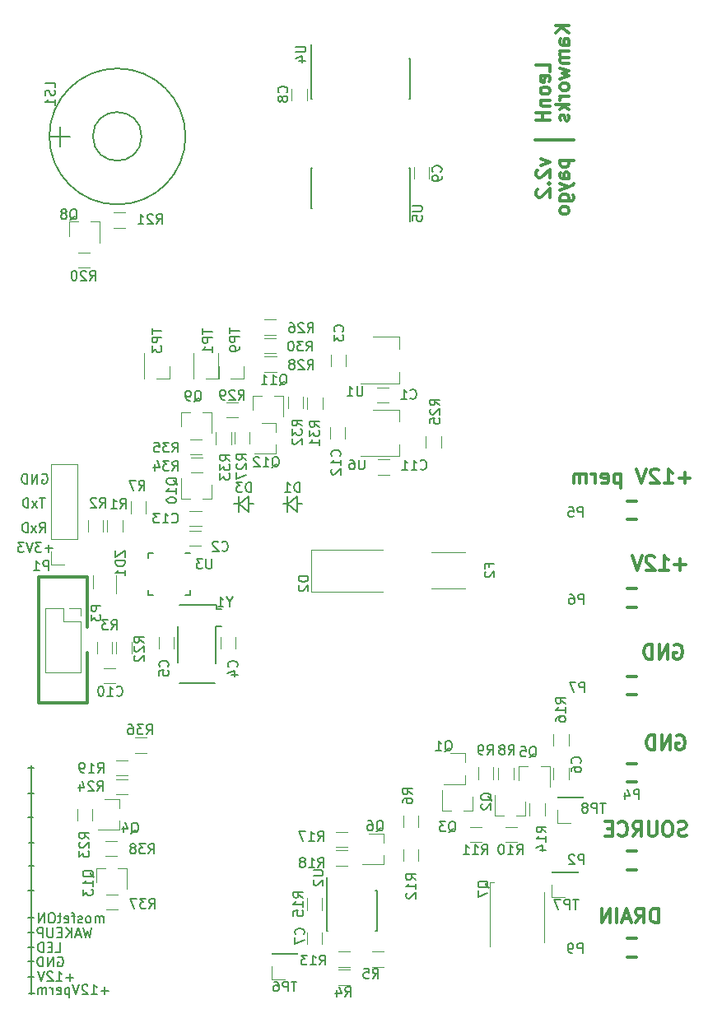
<source format=gbr>
G04 #@! TF.FileFunction,Legend,Bot*
%FSLAX46Y46*%
G04 Gerber Fmt 4.6, Leading zero omitted, Abs format (unit mm)*
G04 Created by KiCad (PCBNEW 4.0.7-e2-6376~58~ubuntu16.04.1) date Mon Jan 29 21:07:09 2018*
%MOMM*%
%LPD*%
G01*
G04 APERTURE LIST*
%ADD10C,0.100000*%
%ADD11C,0.200000*%
%ADD12C,0.300000*%
%ADD13C,0.150000*%
%ADD14C,0.120000*%
%ADD15C,0.304800*%
G04 APERTURE END LIST*
D10*
D11*
X61330000Y-152270000D02*
X61930000Y-152270000D01*
X61330000Y-155080000D02*
X61930000Y-155080000D01*
X69589048Y-162561429D02*
X68827143Y-162561429D01*
X69208095Y-162942381D02*
X69208095Y-162180476D01*
X67827143Y-162942381D02*
X68398572Y-162942381D01*
X68112858Y-162942381D02*
X68112858Y-161942381D01*
X68208096Y-162085238D01*
X68303334Y-162180476D01*
X68398572Y-162228095D01*
X67446191Y-162037619D02*
X67398572Y-161990000D01*
X67303334Y-161942381D01*
X67065238Y-161942381D01*
X66970000Y-161990000D01*
X66922381Y-162037619D01*
X66874762Y-162132857D01*
X66874762Y-162228095D01*
X66922381Y-162370952D01*
X67493810Y-162942381D01*
X66874762Y-162942381D01*
X66589048Y-161942381D02*
X66255715Y-162942381D01*
X65922381Y-161942381D01*
X65589048Y-162275714D02*
X65589048Y-163275714D01*
X65589048Y-162323333D02*
X65493810Y-162275714D01*
X65303333Y-162275714D01*
X65208095Y-162323333D01*
X65160476Y-162370952D01*
X65112857Y-162466190D01*
X65112857Y-162751905D01*
X65160476Y-162847143D01*
X65208095Y-162894762D01*
X65303333Y-162942381D01*
X65493810Y-162942381D01*
X65589048Y-162894762D01*
X64303333Y-162894762D02*
X64398571Y-162942381D01*
X64589048Y-162942381D01*
X64684286Y-162894762D01*
X64731905Y-162799524D01*
X64731905Y-162418571D01*
X64684286Y-162323333D01*
X64589048Y-162275714D01*
X64398571Y-162275714D01*
X64303333Y-162323333D01*
X64255714Y-162418571D01*
X64255714Y-162513810D01*
X64731905Y-162609048D01*
X63827143Y-162942381D02*
X63827143Y-162275714D01*
X63827143Y-162466190D02*
X63779524Y-162370952D01*
X63731905Y-162323333D01*
X63636667Y-162275714D01*
X63541428Y-162275714D01*
X63208095Y-162942381D02*
X63208095Y-162275714D01*
X63208095Y-162370952D02*
X63160476Y-162323333D01*
X63065238Y-162275714D01*
X62922380Y-162275714D01*
X62827142Y-162323333D01*
X62779523Y-162418571D01*
X62779523Y-162942381D01*
X62779523Y-162418571D02*
X62731904Y-162323333D01*
X62636666Y-162275714D01*
X62493809Y-162275714D01*
X62398571Y-162323333D01*
X62350952Y-162418571D01*
X62350952Y-162942381D01*
X61620000Y-162880000D02*
X61640000Y-162880000D01*
X61620000Y-161510000D02*
X61620000Y-162880000D01*
X61360000Y-162830000D02*
X61960000Y-162830000D01*
X65991905Y-161201429D02*
X65230000Y-161201429D01*
X65610952Y-161582381D02*
X65610952Y-160820476D01*
X64230000Y-161582381D02*
X64801429Y-161582381D01*
X64515715Y-161582381D02*
X64515715Y-160582381D01*
X64610953Y-160725238D01*
X64706191Y-160820476D01*
X64801429Y-160868095D01*
X63849048Y-160677619D02*
X63801429Y-160630000D01*
X63706191Y-160582381D01*
X63468095Y-160582381D01*
X63372857Y-160630000D01*
X63325238Y-160677619D01*
X63277619Y-160772857D01*
X63277619Y-160868095D01*
X63325238Y-161010952D01*
X63896667Y-161582381D01*
X63277619Y-161582381D01*
X62991905Y-160582381D02*
X62658572Y-161582381D01*
X62325238Y-160582381D01*
X61390000Y-149720000D02*
X61890000Y-149720000D01*
X61620000Y-149160000D02*
X61620000Y-161470000D01*
X61380000Y-147300000D02*
X61880000Y-147300000D01*
X61310000Y-161100000D02*
X61910000Y-161100000D01*
X64122857Y-158582381D02*
X64599048Y-158582381D01*
X64599048Y-157582381D01*
X63789524Y-158058571D02*
X63456190Y-158058571D01*
X63313333Y-158582381D02*
X63789524Y-158582381D01*
X63789524Y-157582381D01*
X63313333Y-157582381D01*
X62884762Y-158582381D02*
X62884762Y-157582381D01*
X62646667Y-157582381D01*
X62503809Y-157630000D01*
X62408571Y-157725238D01*
X62360952Y-157820476D01*
X62313333Y-158010952D01*
X62313333Y-158153810D01*
X62360952Y-158344286D01*
X62408571Y-158439524D01*
X62503809Y-158534762D01*
X62646667Y-158582381D01*
X62884762Y-158582381D01*
X61620000Y-145790000D02*
X61620000Y-149170000D01*
X61320000Y-144700000D02*
X61820000Y-144700000D01*
X61320000Y-142300000D02*
X61920000Y-142300000D01*
X61320000Y-139600000D02*
X61920000Y-139600000D01*
X61330000Y-156560000D02*
X61930000Y-156560000D01*
X61330000Y-158060000D02*
X61930000Y-158060000D01*
X61330000Y-159560000D02*
X61930000Y-159560000D01*
X61620000Y-145800000D02*
X61620000Y-139400000D01*
X64381904Y-159120000D02*
X64477142Y-159072381D01*
X64619999Y-159072381D01*
X64762857Y-159120000D01*
X64858095Y-159215238D01*
X64905714Y-159310476D01*
X64953333Y-159500952D01*
X64953333Y-159643810D01*
X64905714Y-159834286D01*
X64858095Y-159929524D01*
X64762857Y-160024762D01*
X64619999Y-160072381D01*
X64524761Y-160072381D01*
X64381904Y-160024762D01*
X64334285Y-159977143D01*
X64334285Y-159643810D01*
X64524761Y-159643810D01*
X63905714Y-160072381D02*
X63905714Y-159072381D01*
X63334285Y-160072381D01*
X63334285Y-159072381D01*
X62858095Y-160072381D02*
X62858095Y-159072381D01*
X62620000Y-159072381D01*
X62477142Y-159120000D01*
X62381904Y-159215238D01*
X62334285Y-159310476D01*
X62286666Y-159500952D01*
X62286666Y-159643810D01*
X62334285Y-159834286D01*
X62381904Y-159929524D01*
X62477142Y-160024762D01*
X62620000Y-160072381D01*
X62858095Y-160072381D01*
X67873333Y-156102381D02*
X67635238Y-157102381D01*
X67444761Y-156388095D01*
X67254285Y-157102381D01*
X67016190Y-156102381D01*
X66682857Y-156816667D02*
X66206666Y-156816667D01*
X66778095Y-157102381D02*
X66444762Y-156102381D01*
X66111428Y-157102381D01*
X65778095Y-157102381D02*
X65778095Y-156102381D01*
X65206666Y-157102381D02*
X65635238Y-156530952D01*
X65206666Y-156102381D02*
X65778095Y-156673810D01*
X64778095Y-156578571D02*
X64444761Y-156578571D01*
X64301904Y-157102381D02*
X64778095Y-157102381D01*
X64778095Y-156102381D01*
X64301904Y-156102381D01*
X63873333Y-156102381D02*
X63873333Y-156911905D01*
X63825714Y-157007143D01*
X63778095Y-157054762D01*
X63682857Y-157102381D01*
X63492380Y-157102381D01*
X63397142Y-157054762D01*
X63349523Y-157007143D01*
X63301904Y-156911905D01*
X63301904Y-156102381D01*
X62825714Y-157102381D02*
X62825714Y-156102381D01*
X62444761Y-156102381D01*
X62349523Y-156150000D01*
X62301904Y-156197619D01*
X62254285Y-156292857D01*
X62254285Y-156435714D01*
X62301904Y-156530952D01*
X62349523Y-156578571D01*
X62444761Y-156626190D01*
X62825714Y-156626190D01*
D12*
X129419999Y-109807143D02*
X128277142Y-109807143D01*
X128848571Y-110378571D02*
X128848571Y-109235714D01*
X126777142Y-110378571D02*
X127634285Y-110378571D01*
X127205713Y-110378571D02*
X127205713Y-108878571D01*
X127348570Y-109092857D01*
X127491428Y-109235714D01*
X127634285Y-109307143D01*
X126205714Y-109021429D02*
X126134285Y-108950000D01*
X125991428Y-108878571D01*
X125634285Y-108878571D01*
X125491428Y-108950000D01*
X125419999Y-109021429D01*
X125348571Y-109164286D01*
X125348571Y-109307143D01*
X125419999Y-109521429D01*
X126277142Y-110378571D01*
X125348571Y-110378571D01*
X124920000Y-108878571D02*
X124420000Y-110378571D01*
X123920000Y-108878571D01*
X122277143Y-109378571D02*
X122277143Y-110878571D01*
X122277143Y-109450000D02*
X122134286Y-109378571D01*
X121848572Y-109378571D01*
X121705715Y-109450000D01*
X121634286Y-109521429D01*
X121562857Y-109664286D01*
X121562857Y-110092857D01*
X121634286Y-110235714D01*
X121705715Y-110307143D01*
X121848572Y-110378571D01*
X122134286Y-110378571D01*
X122277143Y-110307143D01*
X120348572Y-110307143D02*
X120491429Y-110378571D01*
X120777143Y-110378571D01*
X120920000Y-110307143D01*
X120991429Y-110164286D01*
X120991429Y-109592857D01*
X120920000Y-109450000D01*
X120777143Y-109378571D01*
X120491429Y-109378571D01*
X120348572Y-109450000D01*
X120277143Y-109592857D01*
X120277143Y-109735714D01*
X120991429Y-109878571D01*
X119634286Y-110378571D02*
X119634286Y-109378571D01*
X119634286Y-109664286D02*
X119562858Y-109521429D01*
X119491429Y-109450000D01*
X119348572Y-109378571D01*
X119205715Y-109378571D01*
X118705715Y-110378571D02*
X118705715Y-109378571D01*
X118705715Y-109521429D02*
X118634287Y-109450000D01*
X118491429Y-109378571D01*
X118277144Y-109378571D01*
X118134287Y-109450000D01*
X118062858Y-109592857D01*
X118062858Y-110378571D01*
X118062858Y-109592857D02*
X117991429Y-109450000D01*
X117848572Y-109378571D01*
X117634287Y-109378571D01*
X117491429Y-109450000D01*
X117420001Y-109592857D01*
X117420001Y-110378571D01*
X128932856Y-118737143D02*
X127789999Y-118737143D01*
X128361428Y-119308571D02*
X128361428Y-118165714D01*
X126289999Y-119308571D02*
X127147142Y-119308571D01*
X126718570Y-119308571D02*
X126718570Y-117808571D01*
X126861427Y-118022857D01*
X127004285Y-118165714D01*
X127147142Y-118237143D01*
X125718571Y-117951429D02*
X125647142Y-117880000D01*
X125504285Y-117808571D01*
X125147142Y-117808571D01*
X125004285Y-117880000D01*
X124932856Y-117951429D01*
X124861428Y-118094286D01*
X124861428Y-118237143D01*
X124932856Y-118451429D01*
X125789999Y-119308571D01*
X124861428Y-119308571D01*
X124432857Y-117808571D02*
X123932857Y-119308571D01*
X123432857Y-117808571D01*
X127782857Y-127000000D02*
X127925714Y-126928571D01*
X128140000Y-126928571D01*
X128354285Y-127000000D01*
X128497143Y-127142857D01*
X128568571Y-127285714D01*
X128640000Y-127571429D01*
X128640000Y-127785714D01*
X128568571Y-128071429D01*
X128497143Y-128214286D01*
X128354285Y-128357143D01*
X128140000Y-128428571D01*
X127997143Y-128428571D01*
X127782857Y-128357143D01*
X127711428Y-128285714D01*
X127711428Y-127785714D01*
X127997143Y-127785714D01*
X127068571Y-128428571D02*
X127068571Y-126928571D01*
X126211428Y-128428571D01*
X126211428Y-126928571D01*
X125497142Y-128428571D02*
X125497142Y-126928571D01*
X125139999Y-126928571D01*
X124925714Y-127000000D01*
X124782856Y-127142857D01*
X124711428Y-127285714D01*
X124639999Y-127571429D01*
X124639999Y-127785714D01*
X124711428Y-128071429D01*
X124782856Y-128214286D01*
X124925714Y-128357143D01*
X125139999Y-128428571D01*
X125497142Y-128428571D01*
X128042857Y-136350000D02*
X128185714Y-136278571D01*
X128400000Y-136278571D01*
X128614285Y-136350000D01*
X128757143Y-136492857D01*
X128828571Y-136635714D01*
X128900000Y-136921429D01*
X128900000Y-137135714D01*
X128828571Y-137421429D01*
X128757143Y-137564286D01*
X128614285Y-137707143D01*
X128400000Y-137778571D01*
X128257143Y-137778571D01*
X128042857Y-137707143D01*
X127971428Y-137635714D01*
X127971428Y-137135714D01*
X128257143Y-137135714D01*
X127328571Y-137778571D02*
X127328571Y-136278571D01*
X126471428Y-137778571D01*
X126471428Y-136278571D01*
X125757142Y-137778571D02*
X125757142Y-136278571D01*
X125399999Y-136278571D01*
X125185714Y-136350000D01*
X125042856Y-136492857D01*
X124971428Y-136635714D01*
X124899999Y-136921429D01*
X124899999Y-137135714D01*
X124971428Y-137421429D01*
X125042856Y-137564286D01*
X125185714Y-137707143D01*
X125399999Y-137778571D01*
X125757142Y-137778571D01*
X129038572Y-146597143D02*
X128824286Y-146668571D01*
X128467143Y-146668571D01*
X128324286Y-146597143D01*
X128252857Y-146525714D01*
X128181429Y-146382857D01*
X128181429Y-146240000D01*
X128252857Y-146097143D01*
X128324286Y-146025714D01*
X128467143Y-145954286D01*
X128752857Y-145882857D01*
X128895715Y-145811429D01*
X128967143Y-145740000D01*
X129038572Y-145597143D01*
X129038572Y-145454286D01*
X128967143Y-145311429D01*
X128895715Y-145240000D01*
X128752857Y-145168571D01*
X128395715Y-145168571D01*
X128181429Y-145240000D01*
X127252858Y-145168571D02*
X126967144Y-145168571D01*
X126824286Y-145240000D01*
X126681429Y-145382857D01*
X126610001Y-145668571D01*
X126610001Y-146168571D01*
X126681429Y-146454286D01*
X126824286Y-146597143D01*
X126967144Y-146668571D01*
X127252858Y-146668571D01*
X127395715Y-146597143D01*
X127538572Y-146454286D01*
X127610001Y-146168571D01*
X127610001Y-145668571D01*
X127538572Y-145382857D01*
X127395715Y-145240000D01*
X127252858Y-145168571D01*
X125967143Y-145168571D02*
X125967143Y-146382857D01*
X125895715Y-146525714D01*
X125824286Y-146597143D01*
X125681429Y-146668571D01*
X125395715Y-146668571D01*
X125252857Y-146597143D01*
X125181429Y-146525714D01*
X125110000Y-146382857D01*
X125110000Y-145168571D01*
X123538571Y-146668571D02*
X124038571Y-145954286D01*
X124395714Y-146668571D02*
X124395714Y-145168571D01*
X123824286Y-145168571D01*
X123681428Y-145240000D01*
X123610000Y-145311429D01*
X123538571Y-145454286D01*
X123538571Y-145668571D01*
X123610000Y-145811429D01*
X123681428Y-145882857D01*
X123824286Y-145954286D01*
X124395714Y-145954286D01*
X122038571Y-146525714D02*
X122110000Y-146597143D01*
X122324286Y-146668571D01*
X122467143Y-146668571D01*
X122681428Y-146597143D01*
X122824286Y-146454286D01*
X122895714Y-146311429D01*
X122967143Y-146025714D01*
X122967143Y-145811429D01*
X122895714Y-145525714D01*
X122824286Y-145382857D01*
X122681428Y-145240000D01*
X122467143Y-145168571D01*
X122324286Y-145168571D01*
X122110000Y-145240000D01*
X122038571Y-145311429D01*
X121395714Y-145882857D02*
X120895714Y-145882857D01*
X120681428Y-146668571D02*
X121395714Y-146668571D01*
X121395714Y-145168571D01*
X120681428Y-145168571D01*
X126148571Y-155578571D02*
X126148571Y-154078571D01*
X125791428Y-154078571D01*
X125577143Y-154150000D01*
X125434285Y-154292857D01*
X125362857Y-154435714D01*
X125291428Y-154721429D01*
X125291428Y-154935714D01*
X125362857Y-155221429D01*
X125434285Y-155364286D01*
X125577143Y-155507143D01*
X125791428Y-155578571D01*
X126148571Y-155578571D01*
X123791428Y-155578571D02*
X124291428Y-154864286D01*
X124648571Y-155578571D02*
X124648571Y-154078571D01*
X124077143Y-154078571D01*
X123934285Y-154150000D01*
X123862857Y-154221429D01*
X123791428Y-154364286D01*
X123791428Y-154578571D01*
X123862857Y-154721429D01*
X123934285Y-154792857D01*
X124077143Y-154864286D01*
X124648571Y-154864286D01*
X123220000Y-155150000D02*
X122505714Y-155150000D01*
X123362857Y-155578571D02*
X122862857Y-154078571D01*
X122362857Y-155578571D01*
X121862857Y-155578571D02*
X121862857Y-154078571D01*
X121148571Y-155578571D02*
X121148571Y-154078571D01*
X120291428Y-155578571D01*
X120291428Y-154078571D01*
D11*
X69073334Y-155572381D02*
X69073334Y-154905714D01*
X69073334Y-155000952D02*
X69025715Y-154953333D01*
X68930477Y-154905714D01*
X68787619Y-154905714D01*
X68692381Y-154953333D01*
X68644762Y-155048571D01*
X68644762Y-155572381D01*
X68644762Y-155048571D02*
X68597143Y-154953333D01*
X68501905Y-154905714D01*
X68359048Y-154905714D01*
X68263810Y-154953333D01*
X68216191Y-155048571D01*
X68216191Y-155572381D01*
X67597144Y-155572381D02*
X67692382Y-155524762D01*
X67740001Y-155477143D01*
X67787620Y-155381905D01*
X67787620Y-155096190D01*
X67740001Y-155000952D01*
X67692382Y-154953333D01*
X67597144Y-154905714D01*
X67454286Y-154905714D01*
X67359048Y-154953333D01*
X67311429Y-155000952D01*
X67263810Y-155096190D01*
X67263810Y-155381905D01*
X67311429Y-155477143D01*
X67359048Y-155524762D01*
X67454286Y-155572381D01*
X67597144Y-155572381D01*
X66882858Y-155524762D02*
X66787620Y-155572381D01*
X66597144Y-155572381D01*
X66501905Y-155524762D01*
X66454286Y-155429524D01*
X66454286Y-155381905D01*
X66501905Y-155286667D01*
X66597144Y-155239048D01*
X66740001Y-155239048D01*
X66835239Y-155191429D01*
X66882858Y-155096190D01*
X66882858Y-155048571D01*
X66835239Y-154953333D01*
X66740001Y-154905714D01*
X66597144Y-154905714D01*
X66501905Y-154953333D01*
X66168572Y-154905714D02*
X65787620Y-154905714D01*
X66025715Y-155572381D02*
X66025715Y-154715238D01*
X65978096Y-154620000D01*
X65882858Y-154572381D01*
X65787620Y-154572381D01*
X65073333Y-155524762D02*
X65168571Y-155572381D01*
X65359048Y-155572381D01*
X65454286Y-155524762D01*
X65501905Y-155429524D01*
X65501905Y-155048571D01*
X65454286Y-154953333D01*
X65359048Y-154905714D01*
X65168571Y-154905714D01*
X65073333Y-154953333D01*
X65025714Y-155048571D01*
X65025714Y-155143810D01*
X65501905Y-155239048D01*
X64740000Y-154905714D02*
X64359048Y-154905714D01*
X64597143Y-154572381D02*
X64597143Y-155429524D01*
X64549524Y-155524762D01*
X64454286Y-155572381D01*
X64359048Y-155572381D01*
X63835238Y-154572381D02*
X63644761Y-154572381D01*
X63549523Y-154620000D01*
X63454285Y-154715238D01*
X63406666Y-154905714D01*
X63406666Y-155239048D01*
X63454285Y-155429524D01*
X63549523Y-155524762D01*
X63644761Y-155572381D01*
X63835238Y-155572381D01*
X63930476Y-155524762D01*
X64025714Y-155429524D01*
X64073333Y-155239048D01*
X64073333Y-154905714D01*
X64025714Y-154715238D01*
X63930476Y-154620000D01*
X63835238Y-154572381D01*
X62978095Y-155572381D02*
X62978095Y-154572381D01*
X62406666Y-155572381D01*
X62406666Y-154572381D01*
X63841905Y-117071429D02*
X63080000Y-117071429D01*
X63460952Y-117452381D02*
X63460952Y-116690476D01*
X62699048Y-116452381D02*
X62080000Y-116452381D01*
X62413334Y-116833333D01*
X62270476Y-116833333D01*
X62175238Y-116880952D01*
X62127619Y-116928571D01*
X62080000Y-117023810D01*
X62080000Y-117261905D01*
X62127619Y-117357143D01*
X62175238Y-117404762D01*
X62270476Y-117452381D01*
X62556191Y-117452381D01*
X62651429Y-117404762D01*
X62699048Y-117357143D01*
X61794286Y-116452381D02*
X61460953Y-117452381D01*
X61127619Y-116452381D01*
X60889524Y-116452381D02*
X60270476Y-116452381D01*
X60603810Y-116833333D01*
X60460952Y-116833333D01*
X60365714Y-116880952D01*
X60318095Y-116928571D01*
X60270476Y-117023810D01*
X60270476Y-117261905D01*
X60318095Y-117357143D01*
X60365714Y-117404762D01*
X60460952Y-117452381D01*
X60746667Y-117452381D01*
X60841905Y-117404762D01*
X60889524Y-117357143D01*
X62515238Y-115422381D02*
X62848572Y-114946190D01*
X63086667Y-115422381D02*
X63086667Y-114422381D01*
X62705714Y-114422381D01*
X62610476Y-114470000D01*
X62562857Y-114517619D01*
X62515238Y-114612857D01*
X62515238Y-114755714D01*
X62562857Y-114850952D01*
X62610476Y-114898571D01*
X62705714Y-114946190D01*
X63086667Y-114946190D01*
X62181905Y-115422381D02*
X61658095Y-114755714D01*
X62181905Y-114755714D02*
X61658095Y-115422381D01*
X61277143Y-115422381D02*
X61277143Y-114422381D01*
X61039048Y-114422381D01*
X60896190Y-114470000D01*
X60800952Y-114565238D01*
X60753333Y-114660476D01*
X60705714Y-114850952D01*
X60705714Y-114993810D01*
X60753333Y-115184286D01*
X60800952Y-115279524D01*
X60896190Y-115374762D01*
X61039048Y-115422381D01*
X61277143Y-115422381D01*
X63060476Y-111862381D02*
X62489047Y-111862381D01*
X62774762Y-112862381D02*
X62774762Y-111862381D01*
X62250952Y-112862381D02*
X61727142Y-112195714D01*
X62250952Y-112195714D02*
X61727142Y-112862381D01*
X61346190Y-112862381D02*
X61346190Y-111862381D01*
X61108095Y-111862381D01*
X60965237Y-111910000D01*
X60869999Y-112005238D01*
X60822380Y-112100476D01*
X60774761Y-112290952D01*
X60774761Y-112433810D01*
X60822380Y-112624286D01*
X60869999Y-112719524D01*
X60965237Y-112814762D01*
X61108095Y-112862381D01*
X61346190Y-112862381D01*
X62761904Y-109440000D02*
X62857142Y-109392381D01*
X62999999Y-109392381D01*
X63142857Y-109440000D01*
X63238095Y-109535238D01*
X63285714Y-109630476D01*
X63333333Y-109820952D01*
X63333333Y-109963810D01*
X63285714Y-110154286D01*
X63238095Y-110249524D01*
X63142857Y-110344762D01*
X62999999Y-110392381D01*
X62904761Y-110392381D01*
X62761904Y-110344762D01*
X62714285Y-110297143D01*
X62714285Y-109963810D01*
X62904761Y-109963810D01*
X62285714Y-110392381D02*
X62285714Y-109392381D01*
X61714285Y-110392381D01*
X61714285Y-109392381D01*
X61238095Y-110392381D02*
X61238095Y-109392381D01*
X61000000Y-109392381D01*
X60857142Y-109440000D01*
X60761904Y-109535238D01*
X60714285Y-109630476D01*
X60666666Y-109820952D01*
X60666666Y-109963810D01*
X60714285Y-110154286D01*
X60761904Y-110249524D01*
X60857142Y-110344762D01*
X61000000Y-110392381D01*
X61238095Y-110392381D01*
D12*
X114963333Y-68000000D02*
X114963333Y-67333333D01*
X113563333Y-67333333D01*
X114896667Y-69000000D02*
X114963333Y-68866666D01*
X114963333Y-68600000D01*
X114896667Y-68466666D01*
X114763333Y-68400000D01*
X114230000Y-68400000D01*
X114096667Y-68466666D01*
X114030000Y-68600000D01*
X114030000Y-68866666D01*
X114096667Y-69000000D01*
X114230000Y-69066666D01*
X114363333Y-69066666D01*
X114496667Y-68400000D01*
X114963333Y-69866666D02*
X114896667Y-69733333D01*
X114830000Y-69666666D01*
X114696667Y-69600000D01*
X114296667Y-69600000D01*
X114163333Y-69666666D01*
X114096667Y-69733333D01*
X114030000Y-69866666D01*
X114030000Y-70066666D01*
X114096667Y-70200000D01*
X114163333Y-70266666D01*
X114296667Y-70333333D01*
X114696667Y-70333333D01*
X114830000Y-70266666D01*
X114896667Y-70200000D01*
X114963333Y-70066666D01*
X114963333Y-69866666D01*
X114030000Y-70933333D02*
X114963333Y-70933333D01*
X114163333Y-70933333D02*
X114096667Y-71000000D01*
X114030000Y-71133333D01*
X114030000Y-71333333D01*
X114096667Y-71466667D01*
X114230000Y-71533333D01*
X114963333Y-71533333D01*
X114963333Y-72200000D02*
X113563333Y-72200000D01*
X114230000Y-72200000D02*
X114230000Y-73000000D01*
X114963333Y-73000000D02*
X113563333Y-73000000D01*
X115430000Y-75066668D02*
X113430000Y-75066668D01*
X114030000Y-77000001D02*
X114963333Y-77333334D01*
X114030000Y-77666668D01*
X113696667Y-78133335D02*
X113630000Y-78200001D01*
X113563333Y-78333335D01*
X113563333Y-78666668D01*
X113630000Y-78800001D01*
X113696667Y-78866668D01*
X113830000Y-78933335D01*
X113963333Y-78933335D01*
X114163333Y-78866668D01*
X114963333Y-78066668D01*
X114963333Y-78933335D01*
X114830000Y-79533334D02*
X114896667Y-79600001D01*
X114963333Y-79533334D01*
X114896667Y-79466668D01*
X114830000Y-79533334D01*
X114963333Y-79533334D01*
X113696667Y-80133335D02*
X113630000Y-80200001D01*
X113563333Y-80333335D01*
X113563333Y-80666668D01*
X113630000Y-80800001D01*
X113696667Y-80866668D01*
X113830000Y-80933335D01*
X113963333Y-80933335D01*
X114163333Y-80866668D01*
X114963333Y-80066668D01*
X114963333Y-80933335D01*
X116963333Y-63263332D02*
X115563333Y-63263332D01*
X116963333Y-64063332D02*
X116163333Y-63463332D01*
X115563333Y-64063332D02*
X116363333Y-63263332D01*
X116963333Y-65263332D02*
X116230000Y-65263332D01*
X116096667Y-65196666D01*
X116030000Y-65063332D01*
X116030000Y-64796666D01*
X116096667Y-64663332D01*
X116896667Y-65263332D02*
X116963333Y-65129999D01*
X116963333Y-64796666D01*
X116896667Y-64663332D01*
X116763333Y-64596666D01*
X116630000Y-64596666D01*
X116496667Y-64663332D01*
X116430000Y-64796666D01*
X116430000Y-65129999D01*
X116363333Y-65263332D01*
X116963333Y-65929999D02*
X116030000Y-65929999D01*
X116163333Y-65929999D02*
X116096667Y-65996666D01*
X116030000Y-66129999D01*
X116030000Y-66329999D01*
X116096667Y-66463333D01*
X116230000Y-66529999D01*
X116963333Y-66529999D01*
X116230000Y-66529999D02*
X116096667Y-66596666D01*
X116030000Y-66729999D01*
X116030000Y-66929999D01*
X116096667Y-67063333D01*
X116230000Y-67129999D01*
X116963333Y-67129999D01*
X116030000Y-67663333D02*
X116963333Y-67930000D01*
X116296667Y-68196666D01*
X116963333Y-68463333D01*
X116030000Y-68730000D01*
X116963333Y-69463333D02*
X116896667Y-69330000D01*
X116830000Y-69263333D01*
X116696667Y-69196667D01*
X116296667Y-69196667D01*
X116163333Y-69263333D01*
X116096667Y-69330000D01*
X116030000Y-69463333D01*
X116030000Y-69663333D01*
X116096667Y-69796667D01*
X116163333Y-69863333D01*
X116296667Y-69930000D01*
X116696667Y-69930000D01*
X116830000Y-69863333D01*
X116896667Y-69796667D01*
X116963333Y-69663333D01*
X116963333Y-69463333D01*
X116963333Y-70530000D02*
X116030000Y-70530000D01*
X116296667Y-70530000D02*
X116163333Y-70596667D01*
X116096667Y-70663334D01*
X116030000Y-70796667D01*
X116030000Y-70930000D01*
X116963333Y-71396667D02*
X115563333Y-71396667D01*
X116430000Y-71530001D02*
X116963333Y-71930001D01*
X116030000Y-71930001D02*
X116563333Y-71396667D01*
X116896667Y-72463334D02*
X116963333Y-72596667D01*
X116963333Y-72863334D01*
X116896667Y-72996667D01*
X116763333Y-73063334D01*
X116696667Y-73063334D01*
X116563333Y-72996667D01*
X116496667Y-72863334D01*
X116496667Y-72663334D01*
X116430000Y-72530000D01*
X116296667Y-72463334D01*
X116230000Y-72463334D01*
X116096667Y-72530000D01*
X116030000Y-72663334D01*
X116030000Y-72863334D01*
X116096667Y-72996667D01*
X117430000Y-75063334D02*
X115430000Y-75063334D01*
X116030000Y-77130000D02*
X117430000Y-77130000D01*
X116096667Y-77130000D02*
X116030000Y-77263334D01*
X116030000Y-77530000D01*
X116096667Y-77663334D01*
X116163333Y-77730000D01*
X116296667Y-77796667D01*
X116696667Y-77796667D01*
X116830000Y-77730000D01*
X116896667Y-77663334D01*
X116963333Y-77530000D01*
X116963333Y-77263334D01*
X116896667Y-77130000D01*
X116963333Y-78996667D02*
X116230000Y-78996667D01*
X116096667Y-78930001D01*
X116030000Y-78796667D01*
X116030000Y-78530001D01*
X116096667Y-78396667D01*
X116896667Y-78996667D02*
X116963333Y-78863334D01*
X116963333Y-78530001D01*
X116896667Y-78396667D01*
X116763333Y-78330001D01*
X116630000Y-78330001D01*
X116496667Y-78396667D01*
X116430000Y-78530001D01*
X116430000Y-78863334D01*
X116363333Y-78996667D01*
X116030000Y-79530001D02*
X116963333Y-79863334D01*
X116030000Y-80196668D02*
X116963333Y-79863334D01*
X117296667Y-79730001D01*
X117363333Y-79663334D01*
X117430000Y-79530001D01*
X116030000Y-81330001D02*
X117163333Y-81330001D01*
X117296667Y-81263335D01*
X117363333Y-81196668D01*
X117430000Y-81063335D01*
X117430000Y-80863335D01*
X117363333Y-80730001D01*
X116896667Y-81330001D02*
X116963333Y-81196668D01*
X116963333Y-80930001D01*
X116896667Y-80796668D01*
X116830000Y-80730001D01*
X116696667Y-80663335D01*
X116296667Y-80663335D01*
X116163333Y-80730001D01*
X116096667Y-80796668D01*
X116030000Y-80930001D01*
X116030000Y-81196668D01*
X116096667Y-81330001D01*
X116963333Y-82196668D02*
X116896667Y-82063335D01*
X116830000Y-81996668D01*
X116696667Y-81930002D01*
X116296667Y-81930002D01*
X116163333Y-81996668D01*
X116096667Y-82063335D01*
X116030000Y-82196668D01*
X116030000Y-82396668D01*
X116096667Y-82530002D01*
X116163333Y-82596668D01*
X116296667Y-82663335D01*
X116696667Y-82663335D01*
X116830000Y-82596668D01*
X116896667Y-82530002D01*
X116963333Y-82396668D01*
X116963333Y-82196668D01*
D13*
X72991380Y-74670000D02*
G75*
G03X72991380Y-74670000I-2501380J0D01*
G01*
X64610520Y-73679240D02*
X64610520Y-75680760D01*
X65608740Y-74680000D02*
X63609760Y-74680000D01*
X77510240Y-74680000D02*
G75*
G03X77510240Y-74680000I-7000240J0D01*
G01*
D14*
X90480000Y-121510000D02*
X90480000Y-117210000D01*
X90480000Y-117210000D02*
X97780000Y-117210000D01*
X90480000Y-121510000D02*
X97780000Y-121510000D01*
X106230000Y-138130000D02*
X106230000Y-139060000D01*
X106230000Y-141290000D02*
X106230000Y-140360000D01*
X106230000Y-141290000D02*
X104070000Y-141290000D01*
X106230000Y-138130000D02*
X104770000Y-138130000D01*
X112450000Y-144570000D02*
X111520000Y-144570000D01*
X109290000Y-144570000D02*
X110220000Y-144570000D01*
X109290000Y-144570000D02*
X109290000Y-142410000D01*
X112450000Y-144570000D02*
X112450000Y-143110000D01*
X70350000Y-119790000D02*
X70350000Y-121690000D01*
X68030000Y-121190000D02*
X68030000Y-119790000D01*
D15*
X122920000Y-121200000D02*
X123920000Y-121200000D01*
X122920000Y-123100000D02*
X123920000Y-123100000D01*
X122920000Y-130200000D02*
X123920000Y-130200000D01*
X122920000Y-132100000D02*
X123920000Y-132100000D01*
X122920000Y-157200000D02*
X123920000Y-157200000D01*
X122920000Y-159100000D02*
X123920000Y-159100000D01*
D14*
X106300000Y-121200000D02*
X102840000Y-121200000D01*
X106300000Y-117440000D02*
X102840000Y-117440000D01*
X69460000Y-114165000D02*
X69460000Y-115365000D01*
X71020000Y-115365000D02*
X71020000Y-114165000D01*
X67460000Y-114165000D02*
X67460000Y-115365000D01*
X69020000Y-115365000D02*
X69020000Y-114165000D01*
X97195000Y-102080000D02*
X98395000Y-102080000D01*
X98395000Y-100520000D02*
X97195000Y-100520000D01*
X79095000Y-115240000D02*
X77895000Y-115240000D01*
X77895000Y-116800000D02*
X79095000Y-116800000D01*
X94000000Y-98325000D02*
X94000000Y-97125000D01*
X92440000Y-97125000D02*
X92440000Y-98325000D01*
X81090000Y-126155000D02*
X81090000Y-127355000D01*
X82650000Y-127355000D02*
X82650000Y-126155000D01*
X74760000Y-126155000D02*
X74760000Y-127355000D01*
X76320000Y-127355000D02*
X76320000Y-126155000D01*
X115370000Y-139605000D02*
X115370000Y-140805000D01*
X116930000Y-140805000D02*
X116930000Y-139605000D01*
X69960000Y-127895000D02*
X69960000Y-126695000D01*
X68400000Y-126695000D02*
X68400000Y-127895000D01*
X96675000Y-160110000D02*
X97875000Y-160110000D01*
X97875000Y-158550000D02*
X96675000Y-158550000D01*
X101480000Y-145755000D02*
X101480000Y-144555000D01*
X99920000Y-144555000D02*
X99920000Y-145755000D01*
D12*
X67445000Y-127785000D02*
X67445000Y-132985000D01*
X67445000Y-119985000D02*
X67445000Y-125185000D01*
X62445000Y-119985000D02*
X62445000Y-132985000D01*
X62445000Y-132985000D02*
X67445000Y-132985000D01*
X67445000Y-119985000D02*
X62445000Y-119985000D01*
D14*
X66770000Y-124585000D02*
X66770000Y-129785000D01*
X66770000Y-129785000D02*
X63120000Y-129785000D01*
X63120000Y-129785000D02*
X63120000Y-123195000D01*
X63120000Y-123195000D02*
X64945000Y-123195000D01*
X64945000Y-123195000D02*
X64945000Y-124585000D01*
X64945000Y-124585000D02*
X66770000Y-124585000D01*
X66770000Y-123950000D02*
X66770000Y-123195000D01*
X66770000Y-123195000D02*
X65580000Y-123195000D01*
D13*
X76910000Y-130925000D02*
X80530000Y-130925000D01*
X76710000Y-125095000D02*
X76710000Y-128815000D01*
X76910000Y-122905000D02*
X80690000Y-122905000D01*
X80690000Y-122905000D02*
X80690000Y-123325000D01*
X80690000Y-123325000D02*
X81190000Y-123325000D01*
X80650000Y-128845000D02*
X80650000Y-125035000D01*
X80650000Y-125035000D02*
X81160000Y-125035000D01*
X81160000Y-125035000D02*
X81190000Y-125035000D01*
D14*
X91580000Y-157755000D02*
X91580000Y-156555000D01*
X90020000Y-156555000D02*
X90020000Y-157755000D01*
X73420000Y-113445000D02*
X73420000Y-112245000D01*
X71860000Y-112245000D02*
X71860000Y-113445000D01*
X111250000Y-140835000D02*
X111250000Y-139635000D01*
X109690000Y-139635000D02*
X109690000Y-140835000D01*
X107590000Y-139585000D02*
X107590000Y-140785000D01*
X109150000Y-140785000D02*
X109150000Y-139585000D01*
X107050000Y-144070000D02*
X106120000Y-144070000D01*
X103890000Y-144070000D02*
X104820000Y-144070000D01*
X103890000Y-144070000D02*
X103890000Y-141910000D01*
X107050000Y-144070000D02*
X107050000Y-142610000D01*
X111790000Y-139450000D02*
X112720000Y-139450000D01*
X114950000Y-139450000D02*
X114020000Y-139450000D01*
X114950000Y-139450000D02*
X114950000Y-141610000D01*
X111790000Y-139450000D02*
X111790000Y-140910000D01*
X97850000Y-146410000D02*
X97850000Y-147340000D01*
X97850000Y-149570000D02*
X97850000Y-148640000D01*
X97850000Y-149570000D02*
X95690000Y-149570000D01*
X97850000Y-146410000D02*
X96390000Y-146410000D01*
X111595000Y-145730000D02*
X110395000Y-145730000D01*
X110395000Y-147290000D02*
X111595000Y-147290000D01*
X107995000Y-145730000D02*
X106795000Y-145730000D01*
X106795000Y-147290000D02*
X107995000Y-147290000D01*
X99920000Y-148005000D02*
X99920000Y-149205000D01*
X101480000Y-149205000D02*
X101480000Y-148005000D01*
X94395000Y-158540000D02*
X93195000Y-158540000D01*
X93195000Y-160100000D02*
X94395000Y-160100000D01*
X114460000Y-144515000D02*
X114460000Y-143315000D01*
X112900000Y-143315000D02*
X112900000Y-144515000D01*
X91580000Y-154255000D02*
X91580000Y-153055000D01*
X90020000Y-153055000D02*
X90020000Y-154255000D01*
X115350000Y-136125000D02*
X115350000Y-137325000D01*
X116910000Y-137325000D02*
X116910000Y-136125000D01*
X94205000Y-146230000D02*
X93005000Y-146230000D01*
X93005000Y-147790000D02*
X94205000Y-147790000D01*
X92975000Y-149690000D02*
X94175000Y-149690000D01*
X94175000Y-148130000D02*
X92975000Y-148130000D01*
D13*
X73690000Y-117540000D02*
X73690000Y-118065000D01*
X77990000Y-121840000D02*
X77990000Y-121315000D01*
X73690000Y-121840000D02*
X73690000Y-121315000D01*
X77990000Y-117540000D02*
X77465000Y-117540000D01*
X77990000Y-121840000D02*
X77465000Y-121840000D01*
X73690000Y-121840000D02*
X74215000Y-121840000D01*
X73690000Y-117540000D02*
X74215000Y-117540000D01*
X90445000Y-66615000D02*
X90470000Y-66615000D01*
X90445000Y-70765000D02*
X90550000Y-70765000D01*
X100595000Y-70765000D02*
X100490000Y-70765000D01*
X100595000Y-66615000D02*
X100490000Y-66615000D01*
X90445000Y-66615000D02*
X90445000Y-70765000D01*
X100595000Y-66615000D02*
X100595000Y-70765000D01*
X90470000Y-66615000D02*
X90470000Y-65240000D01*
X100595000Y-82045000D02*
X100570000Y-82045000D01*
X100595000Y-77895000D02*
X100490000Y-77895000D01*
X90445000Y-77895000D02*
X90550000Y-77895000D01*
X90445000Y-82045000D02*
X90550000Y-82045000D01*
X100595000Y-82045000D02*
X100595000Y-77895000D01*
X90445000Y-82045000D02*
X90445000Y-77895000D01*
X100570000Y-82045000D02*
X100570000Y-83420000D01*
X92025000Y-152255000D02*
X92075000Y-152255000D01*
X92025000Y-156405000D02*
X92170000Y-156405000D01*
X97175000Y-156405000D02*
X97030000Y-156405000D01*
X97175000Y-152255000D02*
X97030000Y-152255000D01*
X92025000Y-152255000D02*
X92025000Y-156405000D01*
X97175000Y-152255000D02*
X97175000Y-156405000D01*
X92075000Y-152255000D02*
X92075000Y-150855000D01*
D14*
X89990000Y-70945000D02*
X89990000Y-69745000D01*
X88430000Y-69745000D02*
X88430000Y-70945000D01*
X100980000Y-77855000D02*
X100980000Y-79055000D01*
X102540000Y-79055000D02*
X102540000Y-77855000D01*
D15*
X122920000Y-139200000D02*
X123920000Y-139200000D01*
X122920000Y-141100000D02*
X123920000Y-141100000D01*
D14*
X78370000Y-99620000D02*
X78310000Y-99620000D01*
X78310000Y-99620000D02*
X78310000Y-96960000D01*
X78310000Y-96960000D02*
X78370000Y-96960000D01*
X78370000Y-96960000D02*
X78370000Y-99620000D01*
X79640000Y-99620000D02*
X80970000Y-99620000D01*
X80970000Y-99620000D02*
X80970000Y-98290000D01*
X73290000Y-99620000D02*
X73230000Y-99620000D01*
X73230000Y-99620000D02*
X73230000Y-96960000D01*
X73230000Y-96960000D02*
X73290000Y-96960000D01*
X73290000Y-96960000D02*
X73290000Y-99620000D01*
X74560000Y-99620000D02*
X75890000Y-99620000D01*
X75890000Y-99620000D02*
X75890000Y-98290000D01*
X86370000Y-158770000D02*
X86370000Y-158710000D01*
X86370000Y-158710000D02*
X89030000Y-158710000D01*
X89030000Y-158710000D02*
X89030000Y-158770000D01*
X89030000Y-158770000D02*
X86370000Y-158770000D01*
X86370000Y-160040000D02*
X86370000Y-161370000D01*
X86370000Y-161370000D02*
X87700000Y-161370000D01*
X115180000Y-150360000D02*
X115180000Y-150300000D01*
X115180000Y-150300000D02*
X117840000Y-150300000D01*
X117840000Y-150300000D02*
X117840000Y-150360000D01*
X117840000Y-150360000D02*
X115180000Y-150360000D01*
X115180000Y-151630000D02*
X115180000Y-152960000D01*
X115180000Y-152960000D02*
X116510000Y-152960000D01*
X115760000Y-142670000D02*
X115760000Y-142610000D01*
X115760000Y-142610000D02*
X118420000Y-142610000D01*
X118420000Y-142610000D02*
X118420000Y-142670000D01*
X118420000Y-142670000D02*
X115760000Y-142670000D01*
X115760000Y-143940000D02*
X115760000Y-145270000D01*
X115760000Y-145270000D02*
X117090000Y-145270000D01*
X94395000Y-160410000D02*
X93195000Y-160410000D01*
X93195000Y-161970000D02*
X94395000Y-161970000D01*
X80910000Y-99620000D02*
X80850000Y-99620000D01*
X80850000Y-99620000D02*
X80850000Y-96960000D01*
X80850000Y-96960000D02*
X80910000Y-96960000D01*
X80910000Y-96960000D02*
X80910000Y-99620000D01*
X82180000Y-99620000D02*
X83510000Y-99620000D01*
X83510000Y-99620000D02*
X83510000Y-98290000D01*
X108840000Y-151390000D02*
X109240000Y-151390000D01*
X108840000Y-157990000D02*
X108840000Y-151390000D01*
X114440000Y-157590000D02*
X114440000Y-152390000D01*
X70305000Y-129390000D02*
X69105000Y-129390000D01*
X69105000Y-130950000D02*
X70305000Y-130950000D01*
D15*
X122920000Y-148200000D02*
X123920000Y-148200000D01*
X122920000Y-150100000D02*
X123920000Y-150100000D01*
D14*
X71565000Y-138860000D02*
X70365000Y-138860000D01*
X70365000Y-140420000D02*
X71565000Y-140420000D01*
X65510000Y-83440000D02*
X66440000Y-83440000D01*
X68670000Y-83440000D02*
X67740000Y-83440000D01*
X68670000Y-83440000D02*
X68670000Y-85600000D01*
X65510000Y-83440000D02*
X65510000Y-84900000D01*
X63720000Y-108420000D02*
X66380000Y-108420000D01*
X63720000Y-116100000D02*
X63720000Y-108420000D01*
X66380000Y-116100000D02*
X66380000Y-108420000D01*
X63720000Y-116100000D02*
X66380000Y-116100000D01*
X63720000Y-117370000D02*
X63720000Y-118700000D01*
X63720000Y-118700000D02*
X65050000Y-118700000D01*
X97295000Y-109480000D02*
X98495000Y-109480000D01*
X98495000Y-107920000D02*
X97295000Y-107920000D01*
X93940000Y-105805000D02*
X93940000Y-104605000D01*
X92380000Y-104605000D02*
X92380000Y-105805000D01*
X79145000Y-113220000D02*
X77945000Y-113220000D01*
X77945000Y-114780000D02*
X79145000Y-114780000D01*
D13*
X84030000Y-112500000D02*
X84490000Y-112500000D01*
X83030000Y-112500000D02*
X82520000Y-112500000D01*
X83020000Y-112530000D02*
X84020000Y-111730000D01*
X84020000Y-111730000D02*
X84020000Y-113280000D01*
X84020000Y-113280000D02*
X83020000Y-112480000D01*
X83020000Y-111730000D02*
X83020000Y-113280000D01*
D15*
X122920000Y-112200000D02*
X123920000Y-112200000D01*
X122920000Y-114100000D02*
X123920000Y-114100000D01*
D14*
X70680000Y-142850000D02*
X70680000Y-143780000D01*
X70680000Y-146010000D02*
X70680000Y-145080000D01*
X70680000Y-146010000D02*
X68520000Y-146010000D01*
X70680000Y-142850000D02*
X69220000Y-142850000D01*
X77040000Y-103040000D02*
X77970000Y-103040000D01*
X80200000Y-103040000D02*
X79270000Y-103040000D01*
X80200000Y-103040000D02*
X80200000Y-105200000D01*
X77040000Y-103040000D02*
X77040000Y-104500000D01*
X80200000Y-111960000D02*
X79270000Y-111960000D01*
X77040000Y-111960000D02*
X77970000Y-111960000D01*
X77040000Y-111960000D02*
X77040000Y-109800000D01*
X80200000Y-111960000D02*
X80200000Y-110500000D01*
X67920000Y-145075000D02*
X67920000Y-143875000D01*
X66360000Y-143875000D02*
X66360000Y-145075000D01*
X71535000Y-140820000D02*
X70335000Y-140820000D01*
X70335000Y-142380000D02*
X71535000Y-142380000D01*
X103800000Y-106725000D02*
X103800000Y-105525000D01*
X102240000Y-105525000D02*
X102240000Y-106725000D01*
X85595000Y-95080000D02*
X86795000Y-95080000D01*
X86795000Y-93520000D02*
X85595000Y-93520000D01*
X82540000Y-105075000D02*
X82540000Y-106275000D01*
X84100000Y-106275000D02*
X84100000Y-105075000D01*
X86845000Y-97320000D02*
X85645000Y-97320000D01*
X85645000Y-98880000D02*
X86845000Y-98880000D01*
X81695000Y-103580000D02*
X82895000Y-103580000D01*
X82895000Y-102020000D02*
X81695000Y-102020000D01*
X99520000Y-103970000D02*
X99520000Y-102770000D01*
X99520000Y-102770000D02*
X96820000Y-102770000D01*
X95520000Y-107570000D02*
X99520000Y-107570000D01*
X99520000Y-107570000D02*
X99520000Y-106370000D01*
X84440000Y-101340000D02*
X85370000Y-101340000D01*
X87600000Y-101340000D02*
X86670000Y-101340000D01*
X87600000Y-101340000D02*
X87600000Y-103500000D01*
X84440000Y-101340000D02*
X84440000Y-102800000D01*
X86780000Y-104120000D02*
X86780000Y-105050000D01*
X86780000Y-107280000D02*
X86780000Y-106350000D01*
X86780000Y-107280000D02*
X84620000Y-107280000D01*
X86780000Y-104120000D02*
X85320000Y-104120000D01*
X85595000Y-96980000D02*
X86795000Y-96980000D01*
X86795000Y-95420000D02*
X85595000Y-95420000D01*
X91600000Y-102725000D02*
X91600000Y-101525000D01*
X90040000Y-101525000D02*
X90040000Y-102725000D01*
X88040000Y-101475000D02*
X88040000Y-102675000D01*
X89600000Y-102675000D02*
X89600000Y-101475000D01*
X82200000Y-106325000D02*
X82200000Y-105125000D01*
X80640000Y-105125000D02*
X80640000Y-106325000D01*
X79245000Y-107720000D02*
X78045000Y-107720000D01*
X78045000Y-109280000D02*
X79245000Y-109280000D01*
X77995000Y-107380000D02*
X79195000Y-107380000D01*
X79195000Y-105820000D02*
X77995000Y-105820000D01*
X99500000Y-96500000D02*
X99500000Y-95300000D01*
X99500000Y-95300000D02*
X96800000Y-95300000D01*
X95500000Y-100100000D02*
X99500000Y-100100000D01*
X99500000Y-100100000D02*
X99500000Y-98900000D01*
D13*
X89030000Y-112500000D02*
X89490000Y-112500000D01*
X88030000Y-112500000D02*
X87520000Y-112500000D01*
X88020000Y-112530000D02*
X89020000Y-111730000D01*
X89020000Y-111730000D02*
X89020000Y-113280000D01*
X89020000Y-113280000D02*
X88020000Y-112480000D01*
X88020000Y-111730000D02*
X88020000Y-113280000D01*
D14*
X67655000Y-86610000D02*
X66455000Y-86610000D01*
X66455000Y-88170000D02*
X67655000Y-88170000D01*
X70125000Y-84070000D02*
X71325000Y-84070000D01*
X71325000Y-82510000D02*
X70125000Y-82510000D01*
X70380000Y-126655000D02*
X70380000Y-127855000D01*
X71940000Y-127855000D02*
X71940000Y-126655000D01*
X68350000Y-149950000D02*
X69280000Y-149950000D01*
X71510000Y-149950000D02*
X70580000Y-149950000D01*
X71510000Y-149950000D02*
X71510000Y-152110000D01*
X68350000Y-149950000D02*
X68350000Y-151410000D01*
X73495000Y-136520000D02*
X72295000Y-136520000D01*
X72295000Y-138080000D02*
X73495000Y-138080000D01*
X70565000Y-152670000D02*
X69365000Y-152670000D01*
X69365000Y-154230000D02*
X70565000Y-154230000D01*
X69285000Y-148690000D02*
X70485000Y-148690000D01*
X70485000Y-147130000D02*
X69285000Y-147130000D01*
D13*
X64072381Y-69637143D02*
X64072381Y-69160952D01*
X63072381Y-69160952D01*
X64024762Y-69922857D02*
X64072381Y-70065714D01*
X64072381Y-70303810D01*
X64024762Y-70399048D01*
X63977143Y-70446667D01*
X63881905Y-70494286D01*
X63786667Y-70494286D01*
X63691429Y-70446667D01*
X63643810Y-70399048D01*
X63596190Y-70303810D01*
X63548571Y-70113333D01*
X63500952Y-70018095D01*
X63453333Y-69970476D01*
X63358095Y-69922857D01*
X63262857Y-69922857D01*
X63167619Y-69970476D01*
X63120000Y-70018095D01*
X63072381Y-70113333D01*
X63072381Y-70351429D01*
X63120000Y-70494286D01*
X64072381Y-71446667D02*
X64072381Y-70875238D01*
X64072381Y-71160952D02*
X63072381Y-71160952D01*
X63215238Y-71065714D01*
X63310476Y-70970476D01*
X63358095Y-70875238D01*
X90132381Y-119921905D02*
X89132381Y-119921905D01*
X89132381Y-120160000D01*
X89180000Y-120302858D01*
X89275238Y-120398096D01*
X89370476Y-120445715D01*
X89560952Y-120493334D01*
X89703810Y-120493334D01*
X89894286Y-120445715D01*
X89989524Y-120398096D01*
X90084762Y-120302858D01*
X90132381Y-120160000D01*
X90132381Y-119921905D01*
X89227619Y-120874286D02*
X89180000Y-120921905D01*
X89132381Y-121017143D01*
X89132381Y-121255239D01*
X89180000Y-121350477D01*
X89227619Y-121398096D01*
X89322857Y-121445715D01*
X89418095Y-121445715D01*
X89560952Y-121398096D01*
X90132381Y-120826667D01*
X90132381Y-121445715D01*
X104165238Y-137957619D02*
X104260476Y-137910000D01*
X104355714Y-137814762D01*
X104498571Y-137671905D01*
X104593810Y-137624286D01*
X104689048Y-137624286D01*
X104641429Y-137862381D02*
X104736667Y-137814762D01*
X104831905Y-137719524D01*
X104879524Y-137529048D01*
X104879524Y-137195714D01*
X104831905Y-137005238D01*
X104736667Y-136910000D01*
X104641429Y-136862381D01*
X104450952Y-136862381D01*
X104355714Y-136910000D01*
X104260476Y-137005238D01*
X104212857Y-137195714D01*
X104212857Y-137529048D01*
X104260476Y-137719524D01*
X104355714Y-137814762D01*
X104450952Y-137862381D01*
X104641429Y-137862381D01*
X103260476Y-137862381D02*
X103831905Y-137862381D01*
X103546191Y-137862381D02*
X103546191Y-136862381D01*
X103641429Y-137005238D01*
X103736667Y-137100476D01*
X103831905Y-137148095D01*
X109017619Y-143014762D02*
X108970000Y-142919524D01*
X108874762Y-142824286D01*
X108731905Y-142681429D01*
X108684286Y-142586190D01*
X108684286Y-142490952D01*
X108922381Y-142538571D02*
X108874762Y-142443333D01*
X108779524Y-142348095D01*
X108589048Y-142300476D01*
X108255714Y-142300476D01*
X108065238Y-142348095D01*
X107970000Y-142443333D01*
X107922381Y-142538571D01*
X107922381Y-142729048D01*
X107970000Y-142824286D01*
X108065238Y-142919524D01*
X108255714Y-142967143D01*
X108589048Y-142967143D01*
X108779524Y-142919524D01*
X108874762Y-142824286D01*
X108922381Y-142729048D01*
X108922381Y-142538571D01*
X108017619Y-143348095D02*
X107970000Y-143395714D01*
X107922381Y-143490952D01*
X107922381Y-143729048D01*
X107970000Y-143824286D01*
X108017619Y-143871905D01*
X108112857Y-143919524D01*
X108208095Y-143919524D01*
X108350952Y-143871905D01*
X108922381Y-143300476D01*
X108922381Y-143919524D01*
X70292381Y-117280476D02*
X70292381Y-117947143D01*
X71292381Y-117280476D01*
X71292381Y-117947143D01*
X71292381Y-118328095D02*
X70292381Y-118328095D01*
X70292381Y-118566190D01*
X70340000Y-118709048D01*
X70435238Y-118804286D01*
X70530476Y-118851905D01*
X70720952Y-118899524D01*
X70863810Y-118899524D01*
X71054286Y-118851905D01*
X71149524Y-118804286D01*
X71244762Y-118709048D01*
X71292381Y-118566190D01*
X71292381Y-118328095D01*
X71292381Y-119851905D02*
X71292381Y-119280476D01*
X71292381Y-119566190D02*
X70292381Y-119566190D01*
X70435238Y-119470952D01*
X70530476Y-119375714D01*
X70578095Y-119280476D01*
X118448095Y-122782381D02*
X118448095Y-121782381D01*
X118067142Y-121782381D01*
X117971904Y-121830000D01*
X117924285Y-121877619D01*
X117876666Y-121972857D01*
X117876666Y-122115714D01*
X117924285Y-122210952D01*
X117971904Y-122258571D01*
X118067142Y-122306190D01*
X118448095Y-122306190D01*
X117019523Y-121782381D02*
X117210000Y-121782381D01*
X117305238Y-121830000D01*
X117352857Y-121877619D01*
X117448095Y-122020476D01*
X117495714Y-122210952D01*
X117495714Y-122591905D01*
X117448095Y-122687143D01*
X117400476Y-122734762D01*
X117305238Y-122782381D01*
X117114761Y-122782381D01*
X117019523Y-122734762D01*
X116971904Y-122687143D01*
X116924285Y-122591905D01*
X116924285Y-122353810D01*
X116971904Y-122258571D01*
X117019523Y-122210952D01*
X117114761Y-122163333D01*
X117305238Y-122163333D01*
X117400476Y-122210952D01*
X117448095Y-122258571D01*
X117495714Y-122353810D01*
X118558095Y-131842381D02*
X118558095Y-130842381D01*
X118177142Y-130842381D01*
X118081904Y-130890000D01*
X118034285Y-130937619D01*
X117986666Y-131032857D01*
X117986666Y-131175714D01*
X118034285Y-131270952D01*
X118081904Y-131318571D01*
X118177142Y-131366190D01*
X118558095Y-131366190D01*
X117653333Y-130842381D02*
X116986666Y-130842381D01*
X117415238Y-131842381D01*
X118338095Y-158682381D02*
X118338095Y-157682381D01*
X117957142Y-157682381D01*
X117861904Y-157730000D01*
X117814285Y-157777619D01*
X117766666Y-157872857D01*
X117766666Y-158015714D01*
X117814285Y-158110952D01*
X117861904Y-158158571D01*
X117957142Y-158206190D01*
X118338095Y-158206190D01*
X117290476Y-158682381D02*
X117100000Y-158682381D01*
X117004761Y-158634762D01*
X116957142Y-158587143D01*
X116861904Y-158444286D01*
X116814285Y-158253810D01*
X116814285Y-157872857D01*
X116861904Y-157777619D01*
X116909523Y-157730000D01*
X117004761Y-157682381D01*
X117195238Y-157682381D01*
X117290476Y-157730000D01*
X117338095Y-157777619D01*
X117385714Y-157872857D01*
X117385714Y-158110952D01*
X117338095Y-158206190D01*
X117290476Y-158253810D01*
X117195238Y-158301429D01*
X117004761Y-158301429D01*
X116909523Y-158253810D01*
X116861904Y-158206190D01*
X116814285Y-158110952D01*
X108748571Y-118986667D02*
X108748571Y-118653333D01*
X109272381Y-118653333D02*
X108272381Y-118653333D01*
X108272381Y-119129524D01*
X108367619Y-119462857D02*
X108320000Y-119510476D01*
X108272381Y-119605714D01*
X108272381Y-119843810D01*
X108320000Y-119939048D01*
X108367619Y-119986667D01*
X108462857Y-120034286D01*
X108558095Y-120034286D01*
X108700952Y-119986667D01*
X109272381Y-119415238D01*
X109272381Y-120034286D01*
X70806666Y-112942381D02*
X71140000Y-112466190D01*
X71378095Y-112942381D02*
X71378095Y-111942381D01*
X70997142Y-111942381D01*
X70901904Y-111990000D01*
X70854285Y-112037619D01*
X70806666Y-112132857D01*
X70806666Y-112275714D01*
X70854285Y-112370952D01*
X70901904Y-112418571D01*
X70997142Y-112466190D01*
X71378095Y-112466190D01*
X69854285Y-112942381D02*
X70425714Y-112942381D01*
X70140000Y-112942381D02*
X70140000Y-111942381D01*
X70235238Y-112085238D01*
X70330476Y-112180476D01*
X70425714Y-112228095D01*
X68706666Y-112842381D02*
X69040000Y-112366190D01*
X69278095Y-112842381D02*
X69278095Y-111842381D01*
X68897142Y-111842381D01*
X68801904Y-111890000D01*
X68754285Y-111937619D01*
X68706666Y-112032857D01*
X68706666Y-112175714D01*
X68754285Y-112270952D01*
X68801904Y-112318571D01*
X68897142Y-112366190D01*
X69278095Y-112366190D01*
X68325714Y-111937619D02*
X68278095Y-111890000D01*
X68182857Y-111842381D01*
X67944761Y-111842381D01*
X67849523Y-111890000D01*
X67801904Y-111937619D01*
X67754285Y-112032857D01*
X67754285Y-112128095D01*
X67801904Y-112270952D01*
X68373333Y-112842381D01*
X67754285Y-112842381D01*
X100636666Y-101607143D02*
X100684285Y-101654762D01*
X100827142Y-101702381D01*
X100922380Y-101702381D01*
X101065238Y-101654762D01*
X101160476Y-101559524D01*
X101208095Y-101464286D01*
X101255714Y-101273810D01*
X101255714Y-101130952D01*
X101208095Y-100940476D01*
X101160476Y-100845238D01*
X101065238Y-100750000D01*
X100922380Y-100702381D01*
X100827142Y-100702381D01*
X100684285Y-100750000D01*
X100636666Y-100797619D01*
X99684285Y-101702381D02*
X100255714Y-101702381D01*
X99970000Y-101702381D02*
X99970000Y-100702381D01*
X100065238Y-100845238D01*
X100160476Y-100940476D01*
X100255714Y-100988095D01*
X81256666Y-117247143D02*
X81304285Y-117294762D01*
X81447142Y-117342381D01*
X81542380Y-117342381D01*
X81685238Y-117294762D01*
X81780476Y-117199524D01*
X81828095Y-117104286D01*
X81875714Y-116913810D01*
X81875714Y-116770952D01*
X81828095Y-116580476D01*
X81780476Y-116485238D01*
X81685238Y-116390000D01*
X81542380Y-116342381D01*
X81447142Y-116342381D01*
X81304285Y-116390000D01*
X81256666Y-116437619D01*
X80875714Y-116437619D02*
X80828095Y-116390000D01*
X80732857Y-116342381D01*
X80494761Y-116342381D01*
X80399523Y-116390000D01*
X80351904Y-116437619D01*
X80304285Y-116532857D01*
X80304285Y-116628095D01*
X80351904Y-116770952D01*
X80923333Y-117342381D01*
X80304285Y-117342381D01*
X93677143Y-94733334D02*
X93724762Y-94685715D01*
X93772381Y-94542858D01*
X93772381Y-94447620D01*
X93724762Y-94304762D01*
X93629524Y-94209524D01*
X93534286Y-94161905D01*
X93343810Y-94114286D01*
X93200952Y-94114286D01*
X93010476Y-94161905D01*
X92915238Y-94209524D01*
X92820000Y-94304762D01*
X92772381Y-94447620D01*
X92772381Y-94542858D01*
X92820000Y-94685715D01*
X92867619Y-94733334D01*
X92772381Y-95066667D02*
X92772381Y-95685715D01*
X93153333Y-95352381D01*
X93153333Y-95495239D01*
X93200952Y-95590477D01*
X93248571Y-95638096D01*
X93343810Y-95685715D01*
X93581905Y-95685715D01*
X93677143Y-95638096D01*
X93724762Y-95590477D01*
X93772381Y-95495239D01*
X93772381Y-95209524D01*
X93724762Y-95114286D01*
X93677143Y-95066667D01*
X82777143Y-129253334D02*
X82824762Y-129205715D01*
X82872381Y-129062858D01*
X82872381Y-128967620D01*
X82824762Y-128824762D01*
X82729524Y-128729524D01*
X82634286Y-128681905D01*
X82443810Y-128634286D01*
X82300952Y-128634286D01*
X82110476Y-128681905D01*
X82015238Y-128729524D01*
X81920000Y-128824762D01*
X81872381Y-128967620D01*
X81872381Y-129062858D01*
X81920000Y-129205715D01*
X81967619Y-129253334D01*
X82205714Y-130110477D02*
X82872381Y-130110477D01*
X81824762Y-129872381D02*
X82539048Y-129634286D01*
X82539048Y-130253334D01*
X75697143Y-129213334D02*
X75744762Y-129165715D01*
X75792381Y-129022858D01*
X75792381Y-128927620D01*
X75744762Y-128784762D01*
X75649524Y-128689524D01*
X75554286Y-128641905D01*
X75363810Y-128594286D01*
X75220952Y-128594286D01*
X75030476Y-128641905D01*
X74935238Y-128689524D01*
X74840000Y-128784762D01*
X74792381Y-128927620D01*
X74792381Y-129022858D01*
X74840000Y-129165715D01*
X74887619Y-129213334D01*
X74792381Y-130118096D02*
X74792381Y-129641905D01*
X75268571Y-129594286D01*
X75220952Y-129641905D01*
X75173333Y-129737143D01*
X75173333Y-129975239D01*
X75220952Y-130070477D01*
X75268571Y-130118096D01*
X75363810Y-130165715D01*
X75601905Y-130165715D01*
X75697143Y-130118096D01*
X75744762Y-130070477D01*
X75792381Y-129975239D01*
X75792381Y-129737143D01*
X75744762Y-129641905D01*
X75697143Y-129594286D01*
X118087143Y-139143334D02*
X118134762Y-139095715D01*
X118182381Y-138952858D01*
X118182381Y-138857620D01*
X118134762Y-138714762D01*
X118039524Y-138619524D01*
X117944286Y-138571905D01*
X117753810Y-138524286D01*
X117610952Y-138524286D01*
X117420476Y-138571905D01*
X117325238Y-138619524D01*
X117230000Y-138714762D01*
X117182381Y-138857620D01*
X117182381Y-138952858D01*
X117230000Y-139095715D01*
X117277619Y-139143334D01*
X117182381Y-140000477D02*
X117182381Y-139810000D01*
X117230000Y-139714762D01*
X117277619Y-139667143D01*
X117420476Y-139571905D01*
X117610952Y-139524286D01*
X117991905Y-139524286D01*
X118087143Y-139571905D01*
X118134762Y-139619524D01*
X118182381Y-139714762D01*
X118182381Y-139905239D01*
X118134762Y-140000477D01*
X118087143Y-140048096D01*
X117991905Y-140095715D01*
X117753810Y-140095715D01*
X117658571Y-140048096D01*
X117610952Y-140000477D01*
X117563333Y-139905239D01*
X117563333Y-139714762D01*
X117610952Y-139619524D01*
X117658571Y-139571905D01*
X117753810Y-139524286D01*
X69886666Y-125422381D02*
X70220000Y-124946190D01*
X70458095Y-125422381D02*
X70458095Y-124422381D01*
X70077142Y-124422381D01*
X69981904Y-124470000D01*
X69934285Y-124517619D01*
X69886666Y-124612857D01*
X69886666Y-124755714D01*
X69934285Y-124850952D01*
X69981904Y-124898571D01*
X70077142Y-124946190D01*
X70458095Y-124946190D01*
X69553333Y-124422381D02*
X68934285Y-124422381D01*
X69267619Y-124803333D01*
X69124761Y-124803333D01*
X69029523Y-124850952D01*
X68981904Y-124898571D01*
X68934285Y-124993810D01*
X68934285Y-125231905D01*
X68981904Y-125327143D01*
X69029523Y-125374762D01*
X69124761Y-125422381D01*
X69410476Y-125422381D01*
X69505714Y-125374762D01*
X69553333Y-125327143D01*
X96766666Y-161282381D02*
X97100000Y-160806190D01*
X97338095Y-161282381D02*
X97338095Y-160282381D01*
X96957142Y-160282381D01*
X96861904Y-160330000D01*
X96814285Y-160377619D01*
X96766666Y-160472857D01*
X96766666Y-160615714D01*
X96814285Y-160710952D01*
X96861904Y-160758571D01*
X96957142Y-160806190D01*
X97338095Y-160806190D01*
X95861904Y-160282381D02*
X96338095Y-160282381D01*
X96385714Y-160758571D01*
X96338095Y-160710952D01*
X96242857Y-160663333D01*
X96004761Y-160663333D01*
X95909523Y-160710952D01*
X95861904Y-160758571D01*
X95814285Y-160853810D01*
X95814285Y-161091905D01*
X95861904Y-161187143D01*
X95909523Y-161234762D01*
X96004761Y-161282381D01*
X96242857Y-161282381D01*
X96338095Y-161234762D01*
X96385714Y-161187143D01*
X100852381Y-142363334D02*
X100376190Y-142030000D01*
X100852381Y-141791905D02*
X99852381Y-141791905D01*
X99852381Y-142172858D01*
X99900000Y-142268096D01*
X99947619Y-142315715D01*
X100042857Y-142363334D01*
X100185714Y-142363334D01*
X100280952Y-142315715D01*
X100328571Y-142268096D01*
X100376190Y-142172858D01*
X100376190Y-141791905D01*
X99852381Y-143220477D02*
X99852381Y-143030000D01*
X99900000Y-142934762D01*
X99947619Y-142887143D01*
X100090476Y-142791905D01*
X100280952Y-142744286D01*
X100661905Y-142744286D01*
X100757143Y-142791905D01*
X100804762Y-142839524D01*
X100852381Y-142934762D01*
X100852381Y-143125239D01*
X100804762Y-143220477D01*
X100757143Y-143268096D01*
X100661905Y-143315715D01*
X100423810Y-143315715D01*
X100328571Y-143268096D01*
X100280952Y-143220477D01*
X100233333Y-143125239D01*
X100233333Y-142934762D01*
X100280952Y-142839524D01*
X100328571Y-142791905D01*
X100423810Y-142744286D01*
X68802381Y-122951905D02*
X67802381Y-122951905D01*
X67802381Y-123332858D01*
X67850000Y-123428096D01*
X67897619Y-123475715D01*
X67992857Y-123523334D01*
X68135714Y-123523334D01*
X68230952Y-123475715D01*
X68278571Y-123428096D01*
X68326190Y-123332858D01*
X68326190Y-122951905D01*
X67802381Y-123856667D02*
X67802381Y-124475715D01*
X68183333Y-124142381D01*
X68183333Y-124285239D01*
X68230952Y-124380477D01*
X68278571Y-124428096D01*
X68373810Y-124475715D01*
X68611905Y-124475715D01*
X68707143Y-124428096D01*
X68754762Y-124380477D01*
X68802381Y-124285239D01*
X68802381Y-123999524D01*
X68754762Y-123904286D01*
X68707143Y-123856667D01*
X82036191Y-122566190D02*
X82036191Y-123042381D01*
X82369524Y-122042381D02*
X82036191Y-122566190D01*
X81702857Y-122042381D01*
X80845714Y-123042381D02*
X81417143Y-123042381D01*
X81131429Y-123042381D02*
X81131429Y-122042381D01*
X81226667Y-122185238D01*
X81321905Y-122280476D01*
X81417143Y-122328095D01*
X89657143Y-156763334D02*
X89704762Y-156715715D01*
X89752381Y-156572858D01*
X89752381Y-156477620D01*
X89704762Y-156334762D01*
X89609524Y-156239524D01*
X89514286Y-156191905D01*
X89323810Y-156144286D01*
X89180952Y-156144286D01*
X88990476Y-156191905D01*
X88895238Y-156239524D01*
X88800000Y-156334762D01*
X88752381Y-156477620D01*
X88752381Y-156572858D01*
X88800000Y-156715715D01*
X88847619Y-156763334D01*
X88752381Y-157096667D02*
X88752381Y-157763334D01*
X89752381Y-157334762D01*
X72706666Y-111072381D02*
X73040000Y-110596190D01*
X73278095Y-111072381D02*
X73278095Y-110072381D01*
X72897142Y-110072381D01*
X72801904Y-110120000D01*
X72754285Y-110167619D01*
X72706666Y-110262857D01*
X72706666Y-110405714D01*
X72754285Y-110500952D01*
X72801904Y-110548571D01*
X72897142Y-110596190D01*
X73278095Y-110596190D01*
X72373333Y-110072381D02*
X71706666Y-110072381D01*
X72135238Y-111072381D01*
X110736666Y-138262381D02*
X111070000Y-137786190D01*
X111308095Y-138262381D02*
X111308095Y-137262381D01*
X110927142Y-137262381D01*
X110831904Y-137310000D01*
X110784285Y-137357619D01*
X110736666Y-137452857D01*
X110736666Y-137595714D01*
X110784285Y-137690952D01*
X110831904Y-137738571D01*
X110927142Y-137786190D01*
X111308095Y-137786190D01*
X110165238Y-137690952D02*
X110260476Y-137643333D01*
X110308095Y-137595714D01*
X110355714Y-137500476D01*
X110355714Y-137452857D01*
X110308095Y-137357619D01*
X110260476Y-137310000D01*
X110165238Y-137262381D01*
X109974761Y-137262381D01*
X109879523Y-137310000D01*
X109831904Y-137357619D01*
X109784285Y-137452857D01*
X109784285Y-137500476D01*
X109831904Y-137595714D01*
X109879523Y-137643333D01*
X109974761Y-137690952D01*
X110165238Y-137690952D01*
X110260476Y-137738571D01*
X110308095Y-137786190D01*
X110355714Y-137881429D01*
X110355714Y-138071905D01*
X110308095Y-138167143D01*
X110260476Y-138214762D01*
X110165238Y-138262381D01*
X109974761Y-138262381D01*
X109879523Y-138214762D01*
X109831904Y-138167143D01*
X109784285Y-138071905D01*
X109784285Y-137881429D01*
X109831904Y-137786190D01*
X109879523Y-137738571D01*
X109974761Y-137690952D01*
X108536666Y-138262381D02*
X108870000Y-137786190D01*
X109108095Y-138262381D02*
X109108095Y-137262381D01*
X108727142Y-137262381D01*
X108631904Y-137310000D01*
X108584285Y-137357619D01*
X108536666Y-137452857D01*
X108536666Y-137595714D01*
X108584285Y-137690952D01*
X108631904Y-137738571D01*
X108727142Y-137786190D01*
X109108095Y-137786190D01*
X108060476Y-138262381D02*
X107870000Y-138262381D01*
X107774761Y-138214762D01*
X107727142Y-138167143D01*
X107631904Y-138024286D01*
X107584285Y-137833810D01*
X107584285Y-137452857D01*
X107631904Y-137357619D01*
X107679523Y-137310000D01*
X107774761Y-137262381D01*
X107965238Y-137262381D01*
X108060476Y-137310000D01*
X108108095Y-137357619D01*
X108155714Y-137452857D01*
X108155714Y-137690952D01*
X108108095Y-137786190D01*
X108060476Y-137833810D01*
X107965238Y-137881429D01*
X107774761Y-137881429D01*
X107679523Y-137833810D01*
X107631904Y-137786190D01*
X107584285Y-137690952D01*
X104565238Y-146257619D02*
X104660476Y-146210000D01*
X104755714Y-146114762D01*
X104898571Y-145971905D01*
X104993810Y-145924286D01*
X105089048Y-145924286D01*
X105041429Y-146162381D02*
X105136667Y-146114762D01*
X105231905Y-146019524D01*
X105279524Y-145829048D01*
X105279524Y-145495714D01*
X105231905Y-145305238D01*
X105136667Y-145210000D01*
X105041429Y-145162381D01*
X104850952Y-145162381D01*
X104755714Y-145210000D01*
X104660476Y-145305238D01*
X104612857Y-145495714D01*
X104612857Y-145829048D01*
X104660476Y-146019524D01*
X104755714Y-146114762D01*
X104850952Y-146162381D01*
X105041429Y-146162381D01*
X104279524Y-145162381D02*
X103660476Y-145162381D01*
X103993810Y-145543333D01*
X103850952Y-145543333D01*
X103755714Y-145590952D01*
X103708095Y-145638571D01*
X103660476Y-145733810D01*
X103660476Y-145971905D01*
X103708095Y-146067143D01*
X103755714Y-146114762D01*
X103850952Y-146162381D01*
X104136667Y-146162381D01*
X104231905Y-146114762D01*
X104279524Y-146067143D01*
X112865238Y-138557619D02*
X112960476Y-138510000D01*
X113055714Y-138414762D01*
X113198571Y-138271905D01*
X113293810Y-138224286D01*
X113389048Y-138224286D01*
X113341429Y-138462381D02*
X113436667Y-138414762D01*
X113531905Y-138319524D01*
X113579524Y-138129048D01*
X113579524Y-137795714D01*
X113531905Y-137605238D01*
X113436667Y-137510000D01*
X113341429Y-137462381D01*
X113150952Y-137462381D01*
X113055714Y-137510000D01*
X112960476Y-137605238D01*
X112912857Y-137795714D01*
X112912857Y-138129048D01*
X112960476Y-138319524D01*
X113055714Y-138414762D01*
X113150952Y-138462381D01*
X113341429Y-138462381D01*
X112008095Y-137462381D02*
X112484286Y-137462381D01*
X112531905Y-137938571D01*
X112484286Y-137890952D01*
X112389048Y-137843333D01*
X112150952Y-137843333D01*
X112055714Y-137890952D01*
X112008095Y-137938571D01*
X111960476Y-138033810D01*
X111960476Y-138271905D01*
X112008095Y-138367143D01*
X112055714Y-138414762D01*
X112150952Y-138462381D01*
X112389048Y-138462381D01*
X112484286Y-138414762D01*
X112531905Y-138367143D01*
X97125238Y-146177619D02*
X97220476Y-146130000D01*
X97315714Y-146034762D01*
X97458571Y-145891905D01*
X97553810Y-145844286D01*
X97649048Y-145844286D01*
X97601429Y-146082381D02*
X97696667Y-146034762D01*
X97791905Y-145939524D01*
X97839524Y-145749048D01*
X97839524Y-145415714D01*
X97791905Y-145225238D01*
X97696667Y-145130000D01*
X97601429Y-145082381D01*
X97410952Y-145082381D01*
X97315714Y-145130000D01*
X97220476Y-145225238D01*
X97172857Y-145415714D01*
X97172857Y-145749048D01*
X97220476Y-145939524D01*
X97315714Y-146034762D01*
X97410952Y-146082381D01*
X97601429Y-146082381D01*
X96315714Y-145082381D02*
X96506191Y-145082381D01*
X96601429Y-145130000D01*
X96649048Y-145177619D01*
X96744286Y-145320476D01*
X96791905Y-145510952D01*
X96791905Y-145891905D01*
X96744286Y-145987143D01*
X96696667Y-146034762D01*
X96601429Y-146082381D01*
X96410952Y-146082381D01*
X96315714Y-146034762D01*
X96268095Y-145987143D01*
X96220476Y-145891905D01*
X96220476Y-145653810D01*
X96268095Y-145558571D01*
X96315714Y-145510952D01*
X96410952Y-145463333D01*
X96601429Y-145463333D01*
X96696667Y-145510952D01*
X96744286Y-145558571D01*
X96791905Y-145653810D01*
X111602857Y-148522381D02*
X111936191Y-148046190D01*
X112174286Y-148522381D02*
X112174286Y-147522381D01*
X111793333Y-147522381D01*
X111698095Y-147570000D01*
X111650476Y-147617619D01*
X111602857Y-147712857D01*
X111602857Y-147855714D01*
X111650476Y-147950952D01*
X111698095Y-147998571D01*
X111793333Y-148046190D01*
X112174286Y-148046190D01*
X110650476Y-148522381D02*
X111221905Y-148522381D01*
X110936191Y-148522381D02*
X110936191Y-147522381D01*
X111031429Y-147665238D01*
X111126667Y-147760476D01*
X111221905Y-147808095D01*
X110031429Y-147522381D02*
X109936190Y-147522381D01*
X109840952Y-147570000D01*
X109793333Y-147617619D01*
X109745714Y-147712857D01*
X109698095Y-147903333D01*
X109698095Y-148141429D01*
X109745714Y-148331905D01*
X109793333Y-148427143D01*
X109840952Y-148474762D01*
X109936190Y-148522381D01*
X110031429Y-148522381D01*
X110126667Y-148474762D01*
X110174286Y-148427143D01*
X110221905Y-148331905D01*
X110269524Y-148141429D01*
X110269524Y-147903333D01*
X110221905Y-147712857D01*
X110174286Y-147617619D01*
X110126667Y-147570000D01*
X110031429Y-147522381D01*
X107992857Y-148532381D02*
X108326191Y-148056190D01*
X108564286Y-148532381D02*
X108564286Y-147532381D01*
X108183333Y-147532381D01*
X108088095Y-147580000D01*
X108040476Y-147627619D01*
X107992857Y-147722857D01*
X107992857Y-147865714D01*
X108040476Y-147960952D01*
X108088095Y-148008571D01*
X108183333Y-148056190D01*
X108564286Y-148056190D01*
X107040476Y-148532381D02*
X107611905Y-148532381D01*
X107326191Y-148532381D02*
X107326191Y-147532381D01*
X107421429Y-147675238D01*
X107516667Y-147770476D01*
X107611905Y-147818095D01*
X106088095Y-148532381D02*
X106659524Y-148532381D01*
X106373810Y-148532381D02*
X106373810Y-147532381D01*
X106469048Y-147675238D01*
X106564286Y-147770476D01*
X106659524Y-147818095D01*
X101202381Y-151167143D02*
X100726190Y-150833809D01*
X101202381Y-150595714D02*
X100202381Y-150595714D01*
X100202381Y-150976667D01*
X100250000Y-151071905D01*
X100297619Y-151119524D01*
X100392857Y-151167143D01*
X100535714Y-151167143D01*
X100630952Y-151119524D01*
X100678571Y-151071905D01*
X100726190Y-150976667D01*
X100726190Y-150595714D01*
X101202381Y-152119524D02*
X101202381Y-151548095D01*
X101202381Y-151833809D02*
X100202381Y-151833809D01*
X100345238Y-151738571D01*
X100440476Y-151643333D01*
X100488095Y-151548095D01*
X100297619Y-152500476D02*
X100250000Y-152548095D01*
X100202381Y-152643333D01*
X100202381Y-152881429D01*
X100250000Y-152976667D01*
X100297619Y-153024286D01*
X100392857Y-153071905D01*
X100488095Y-153071905D01*
X100630952Y-153024286D01*
X101202381Y-152452857D01*
X101202381Y-153071905D01*
X91302857Y-159912381D02*
X91636191Y-159436190D01*
X91874286Y-159912381D02*
X91874286Y-158912381D01*
X91493333Y-158912381D01*
X91398095Y-158960000D01*
X91350476Y-159007619D01*
X91302857Y-159102857D01*
X91302857Y-159245714D01*
X91350476Y-159340952D01*
X91398095Y-159388571D01*
X91493333Y-159436190D01*
X91874286Y-159436190D01*
X90350476Y-159912381D02*
X90921905Y-159912381D01*
X90636191Y-159912381D02*
X90636191Y-158912381D01*
X90731429Y-159055238D01*
X90826667Y-159150476D01*
X90921905Y-159198095D01*
X90017143Y-158912381D02*
X89398095Y-158912381D01*
X89731429Y-159293333D01*
X89588571Y-159293333D01*
X89493333Y-159340952D01*
X89445714Y-159388571D01*
X89398095Y-159483810D01*
X89398095Y-159721905D01*
X89445714Y-159817143D01*
X89493333Y-159864762D01*
X89588571Y-159912381D01*
X89874286Y-159912381D01*
X89969524Y-159864762D01*
X90017143Y-159817143D01*
X114602381Y-146267143D02*
X114126190Y-145933809D01*
X114602381Y-145695714D02*
X113602381Y-145695714D01*
X113602381Y-146076667D01*
X113650000Y-146171905D01*
X113697619Y-146219524D01*
X113792857Y-146267143D01*
X113935714Y-146267143D01*
X114030952Y-146219524D01*
X114078571Y-146171905D01*
X114126190Y-146076667D01*
X114126190Y-145695714D01*
X114602381Y-147219524D02*
X114602381Y-146648095D01*
X114602381Y-146933809D02*
X113602381Y-146933809D01*
X113745238Y-146838571D01*
X113840476Y-146743333D01*
X113888095Y-146648095D01*
X113935714Y-148076667D02*
X114602381Y-148076667D01*
X113554762Y-147838571D02*
X114269048Y-147600476D01*
X114269048Y-148219524D01*
X89602381Y-152987143D02*
X89126190Y-152653809D01*
X89602381Y-152415714D02*
X88602381Y-152415714D01*
X88602381Y-152796667D01*
X88650000Y-152891905D01*
X88697619Y-152939524D01*
X88792857Y-152987143D01*
X88935714Y-152987143D01*
X89030952Y-152939524D01*
X89078571Y-152891905D01*
X89126190Y-152796667D01*
X89126190Y-152415714D01*
X89602381Y-153939524D02*
X89602381Y-153368095D01*
X89602381Y-153653809D02*
X88602381Y-153653809D01*
X88745238Y-153558571D01*
X88840476Y-153463333D01*
X88888095Y-153368095D01*
X88602381Y-154844286D02*
X88602381Y-154368095D01*
X89078571Y-154320476D01*
X89030952Y-154368095D01*
X88983333Y-154463333D01*
X88983333Y-154701429D01*
X89030952Y-154796667D01*
X89078571Y-154844286D01*
X89173810Y-154891905D01*
X89411905Y-154891905D01*
X89507143Y-154844286D01*
X89554762Y-154796667D01*
X89602381Y-154701429D01*
X89602381Y-154463333D01*
X89554762Y-154368095D01*
X89507143Y-154320476D01*
X116582381Y-133007143D02*
X116106190Y-132673809D01*
X116582381Y-132435714D02*
X115582381Y-132435714D01*
X115582381Y-132816667D01*
X115630000Y-132911905D01*
X115677619Y-132959524D01*
X115772857Y-133007143D01*
X115915714Y-133007143D01*
X116010952Y-132959524D01*
X116058571Y-132911905D01*
X116106190Y-132816667D01*
X116106190Y-132435714D01*
X116582381Y-133959524D02*
X116582381Y-133388095D01*
X116582381Y-133673809D02*
X115582381Y-133673809D01*
X115725238Y-133578571D01*
X115820476Y-133483333D01*
X115868095Y-133388095D01*
X115582381Y-134816667D02*
X115582381Y-134626190D01*
X115630000Y-134530952D01*
X115677619Y-134483333D01*
X115820476Y-134388095D01*
X116010952Y-134340476D01*
X116391905Y-134340476D01*
X116487143Y-134388095D01*
X116534762Y-134435714D01*
X116582381Y-134530952D01*
X116582381Y-134721429D01*
X116534762Y-134816667D01*
X116487143Y-134864286D01*
X116391905Y-134911905D01*
X116153810Y-134911905D01*
X116058571Y-134864286D01*
X116010952Y-134816667D01*
X115963333Y-134721429D01*
X115963333Y-134530952D01*
X116010952Y-134435714D01*
X116058571Y-134388095D01*
X116153810Y-134340476D01*
X91122857Y-147162381D02*
X91456191Y-146686190D01*
X91694286Y-147162381D02*
X91694286Y-146162381D01*
X91313333Y-146162381D01*
X91218095Y-146210000D01*
X91170476Y-146257619D01*
X91122857Y-146352857D01*
X91122857Y-146495714D01*
X91170476Y-146590952D01*
X91218095Y-146638571D01*
X91313333Y-146686190D01*
X91694286Y-146686190D01*
X90170476Y-147162381D02*
X90741905Y-147162381D01*
X90456191Y-147162381D02*
X90456191Y-146162381D01*
X90551429Y-146305238D01*
X90646667Y-146400476D01*
X90741905Y-146448095D01*
X89837143Y-146162381D02*
X89170476Y-146162381D01*
X89599048Y-147162381D01*
X91152857Y-149862381D02*
X91486191Y-149386190D01*
X91724286Y-149862381D02*
X91724286Y-148862381D01*
X91343333Y-148862381D01*
X91248095Y-148910000D01*
X91200476Y-148957619D01*
X91152857Y-149052857D01*
X91152857Y-149195714D01*
X91200476Y-149290952D01*
X91248095Y-149338571D01*
X91343333Y-149386190D01*
X91724286Y-149386190D01*
X90200476Y-149862381D02*
X90771905Y-149862381D01*
X90486191Y-149862381D02*
X90486191Y-148862381D01*
X90581429Y-149005238D01*
X90676667Y-149100476D01*
X90771905Y-149148095D01*
X89629048Y-149290952D02*
X89724286Y-149243333D01*
X89771905Y-149195714D01*
X89819524Y-149100476D01*
X89819524Y-149052857D01*
X89771905Y-148957619D01*
X89724286Y-148910000D01*
X89629048Y-148862381D01*
X89438571Y-148862381D01*
X89343333Y-148910000D01*
X89295714Y-148957619D01*
X89248095Y-149052857D01*
X89248095Y-149100476D01*
X89295714Y-149195714D01*
X89343333Y-149243333D01*
X89438571Y-149290952D01*
X89629048Y-149290952D01*
X89724286Y-149338571D01*
X89771905Y-149386190D01*
X89819524Y-149481429D01*
X89819524Y-149671905D01*
X89771905Y-149767143D01*
X89724286Y-149814762D01*
X89629048Y-149862381D01*
X89438571Y-149862381D01*
X89343333Y-149814762D01*
X89295714Y-149767143D01*
X89248095Y-149671905D01*
X89248095Y-149481429D01*
X89295714Y-149386190D01*
X89343333Y-149338571D01*
X89438571Y-149290952D01*
X80201905Y-118142381D02*
X80201905Y-118951905D01*
X80154286Y-119047143D01*
X80106667Y-119094762D01*
X80011429Y-119142381D01*
X79820952Y-119142381D01*
X79725714Y-119094762D01*
X79678095Y-119047143D01*
X79630476Y-118951905D01*
X79630476Y-118142381D01*
X79249524Y-118142381D02*
X78630476Y-118142381D01*
X78963810Y-118523333D01*
X78820952Y-118523333D01*
X78725714Y-118570952D01*
X78678095Y-118618571D01*
X78630476Y-118713810D01*
X78630476Y-118951905D01*
X78678095Y-119047143D01*
X78725714Y-119094762D01*
X78820952Y-119142381D01*
X79106667Y-119142381D01*
X79201905Y-119094762D01*
X79249524Y-119047143D01*
X88872381Y-65428095D02*
X89681905Y-65428095D01*
X89777143Y-65475714D01*
X89824762Y-65523333D01*
X89872381Y-65618571D01*
X89872381Y-65809048D01*
X89824762Y-65904286D01*
X89777143Y-65951905D01*
X89681905Y-65999524D01*
X88872381Y-65999524D01*
X89205714Y-66904286D02*
X89872381Y-66904286D01*
X88824762Y-66666190D02*
X89539048Y-66428095D01*
X89539048Y-67047143D01*
X100872381Y-81808095D02*
X101681905Y-81808095D01*
X101777143Y-81855714D01*
X101824762Y-81903333D01*
X101872381Y-81998571D01*
X101872381Y-82189048D01*
X101824762Y-82284286D01*
X101777143Y-82331905D01*
X101681905Y-82379524D01*
X100872381Y-82379524D01*
X100872381Y-83331905D02*
X100872381Y-82855714D01*
X101348571Y-82808095D01*
X101300952Y-82855714D01*
X101253333Y-82950952D01*
X101253333Y-83189048D01*
X101300952Y-83284286D01*
X101348571Y-83331905D01*
X101443810Y-83379524D01*
X101681905Y-83379524D01*
X101777143Y-83331905D01*
X101824762Y-83284286D01*
X101872381Y-83189048D01*
X101872381Y-82950952D01*
X101824762Y-82855714D01*
X101777143Y-82808095D01*
X90652381Y-150168095D02*
X91461905Y-150168095D01*
X91557143Y-150215714D01*
X91604762Y-150263333D01*
X91652381Y-150358571D01*
X91652381Y-150549048D01*
X91604762Y-150644286D01*
X91557143Y-150691905D01*
X91461905Y-150739524D01*
X90652381Y-150739524D01*
X90747619Y-151168095D02*
X90700000Y-151215714D01*
X90652381Y-151310952D01*
X90652381Y-151549048D01*
X90700000Y-151644286D01*
X90747619Y-151691905D01*
X90842857Y-151739524D01*
X90938095Y-151739524D01*
X91080952Y-151691905D01*
X91652381Y-151120476D01*
X91652381Y-151739524D01*
X87917143Y-70153334D02*
X87964762Y-70105715D01*
X88012381Y-69962858D01*
X88012381Y-69867620D01*
X87964762Y-69724762D01*
X87869524Y-69629524D01*
X87774286Y-69581905D01*
X87583810Y-69534286D01*
X87440952Y-69534286D01*
X87250476Y-69581905D01*
X87155238Y-69629524D01*
X87060000Y-69724762D01*
X87012381Y-69867620D01*
X87012381Y-69962858D01*
X87060000Y-70105715D01*
X87107619Y-70153334D01*
X87440952Y-70724762D02*
X87393333Y-70629524D01*
X87345714Y-70581905D01*
X87250476Y-70534286D01*
X87202857Y-70534286D01*
X87107619Y-70581905D01*
X87060000Y-70629524D01*
X87012381Y-70724762D01*
X87012381Y-70915239D01*
X87060000Y-71010477D01*
X87107619Y-71058096D01*
X87202857Y-71105715D01*
X87250476Y-71105715D01*
X87345714Y-71058096D01*
X87393333Y-71010477D01*
X87440952Y-70915239D01*
X87440952Y-70724762D01*
X87488571Y-70629524D01*
X87536190Y-70581905D01*
X87631429Y-70534286D01*
X87821905Y-70534286D01*
X87917143Y-70581905D01*
X87964762Y-70629524D01*
X88012381Y-70724762D01*
X88012381Y-70915239D01*
X87964762Y-71010477D01*
X87917143Y-71058096D01*
X87821905Y-71105715D01*
X87631429Y-71105715D01*
X87536190Y-71058096D01*
X87488571Y-71010477D01*
X87440952Y-70915239D01*
X103767143Y-78313334D02*
X103814762Y-78265715D01*
X103862381Y-78122858D01*
X103862381Y-78027620D01*
X103814762Y-77884762D01*
X103719524Y-77789524D01*
X103624286Y-77741905D01*
X103433810Y-77694286D01*
X103290952Y-77694286D01*
X103100476Y-77741905D01*
X103005238Y-77789524D01*
X102910000Y-77884762D01*
X102862381Y-78027620D01*
X102862381Y-78122858D01*
X102910000Y-78265715D01*
X102957619Y-78313334D01*
X103862381Y-78789524D02*
X103862381Y-78980000D01*
X103814762Y-79075239D01*
X103767143Y-79122858D01*
X103624286Y-79218096D01*
X103433810Y-79265715D01*
X103052857Y-79265715D01*
X102957619Y-79218096D01*
X102910000Y-79170477D01*
X102862381Y-79075239D01*
X102862381Y-78884762D01*
X102910000Y-78789524D01*
X102957619Y-78741905D01*
X103052857Y-78694286D01*
X103290952Y-78694286D01*
X103386190Y-78741905D01*
X103433810Y-78789524D01*
X103481429Y-78884762D01*
X103481429Y-79075239D01*
X103433810Y-79170477D01*
X103386190Y-79218096D01*
X103290952Y-79265715D01*
X124158095Y-142852381D02*
X124158095Y-141852381D01*
X123777142Y-141852381D01*
X123681904Y-141900000D01*
X123634285Y-141947619D01*
X123586666Y-142042857D01*
X123586666Y-142185714D01*
X123634285Y-142280952D01*
X123681904Y-142328571D01*
X123777142Y-142376190D01*
X124158095Y-142376190D01*
X122729523Y-142185714D02*
X122729523Y-142852381D01*
X122967619Y-141804762D02*
X123205714Y-142519048D01*
X122586666Y-142519048D01*
X79272381Y-94458095D02*
X79272381Y-95029524D01*
X80272381Y-94743809D02*
X79272381Y-94743809D01*
X80272381Y-95362857D02*
X79272381Y-95362857D01*
X79272381Y-95743810D01*
X79320000Y-95839048D01*
X79367619Y-95886667D01*
X79462857Y-95934286D01*
X79605714Y-95934286D01*
X79700952Y-95886667D01*
X79748571Y-95839048D01*
X79796190Y-95743810D01*
X79796190Y-95362857D01*
X80272381Y-96886667D02*
X80272381Y-96315238D01*
X80272381Y-96600952D02*
X79272381Y-96600952D01*
X79415238Y-96505714D01*
X79510476Y-96410476D01*
X79558095Y-96315238D01*
X74062381Y-94428095D02*
X74062381Y-94999524D01*
X75062381Y-94713809D02*
X74062381Y-94713809D01*
X75062381Y-95332857D02*
X74062381Y-95332857D01*
X74062381Y-95713810D01*
X74110000Y-95809048D01*
X74157619Y-95856667D01*
X74252857Y-95904286D01*
X74395714Y-95904286D01*
X74490952Y-95856667D01*
X74538571Y-95809048D01*
X74586190Y-95713810D01*
X74586190Y-95332857D01*
X74062381Y-96237619D02*
X74062381Y-96856667D01*
X74443333Y-96523333D01*
X74443333Y-96666191D01*
X74490952Y-96761429D01*
X74538571Y-96809048D01*
X74633810Y-96856667D01*
X74871905Y-96856667D01*
X74967143Y-96809048D01*
X75014762Y-96761429D01*
X75062381Y-96666191D01*
X75062381Y-96380476D01*
X75014762Y-96285238D01*
X74967143Y-96237619D01*
X88951905Y-161622381D02*
X88380476Y-161622381D01*
X88666191Y-162622381D02*
X88666191Y-161622381D01*
X88047143Y-162622381D02*
X88047143Y-161622381D01*
X87666190Y-161622381D01*
X87570952Y-161670000D01*
X87523333Y-161717619D01*
X87475714Y-161812857D01*
X87475714Y-161955714D01*
X87523333Y-162050952D01*
X87570952Y-162098571D01*
X87666190Y-162146190D01*
X88047143Y-162146190D01*
X86618571Y-161622381D02*
X86809048Y-161622381D01*
X86904286Y-161670000D01*
X86951905Y-161717619D01*
X87047143Y-161860476D01*
X87094762Y-162050952D01*
X87094762Y-162431905D01*
X87047143Y-162527143D01*
X86999524Y-162574762D01*
X86904286Y-162622381D01*
X86713809Y-162622381D01*
X86618571Y-162574762D01*
X86570952Y-162527143D01*
X86523333Y-162431905D01*
X86523333Y-162193810D01*
X86570952Y-162098571D01*
X86618571Y-162050952D01*
X86713809Y-162003333D01*
X86904286Y-162003333D01*
X86999524Y-162050952D01*
X87047143Y-162098571D01*
X87094762Y-162193810D01*
X117921905Y-153172381D02*
X117350476Y-153172381D01*
X117636191Y-154172381D02*
X117636191Y-153172381D01*
X117017143Y-154172381D02*
X117017143Y-153172381D01*
X116636190Y-153172381D01*
X116540952Y-153220000D01*
X116493333Y-153267619D01*
X116445714Y-153362857D01*
X116445714Y-153505714D01*
X116493333Y-153600952D01*
X116540952Y-153648571D01*
X116636190Y-153696190D01*
X117017143Y-153696190D01*
X116112381Y-153172381D02*
X115445714Y-153172381D01*
X115874286Y-154172381D01*
X120731905Y-143252381D02*
X120160476Y-143252381D01*
X120446191Y-144252381D02*
X120446191Y-143252381D01*
X119827143Y-144252381D02*
X119827143Y-143252381D01*
X119446190Y-143252381D01*
X119350952Y-143300000D01*
X119303333Y-143347619D01*
X119255714Y-143442857D01*
X119255714Y-143585714D01*
X119303333Y-143680952D01*
X119350952Y-143728571D01*
X119446190Y-143776190D01*
X119827143Y-143776190D01*
X118684286Y-143680952D02*
X118779524Y-143633333D01*
X118827143Y-143585714D01*
X118874762Y-143490476D01*
X118874762Y-143442857D01*
X118827143Y-143347619D01*
X118779524Y-143300000D01*
X118684286Y-143252381D01*
X118493809Y-143252381D01*
X118398571Y-143300000D01*
X118350952Y-143347619D01*
X118303333Y-143442857D01*
X118303333Y-143490476D01*
X118350952Y-143585714D01*
X118398571Y-143633333D01*
X118493809Y-143680952D01*
X118684286Y-143680952D01*
X118779524Y-143728571D01*
X118827143Y-143776190D01*
X118874762Y-143871429D01*
X118874762Y-144061905D01*
X118827143Y-144157143D01*
X118779524Y-144204762D01*
X118684286Y-144252381D01*
X118493809Y-144252381D01*
X118398571Y-144204762D01*
X118350952Y-144157143D01*
X118303333Y-144061905D01*
X118303333Y-143871429D01*
X118350952Y-143776190D01*
X118398571Y-143728571D01*
X118493809Y-143680952D01*
X93916666Y-163182381D02*
X94250000Y-162706190D01*
X94488095Y-163182381D02*
X94488095Y-162182381D01*
X94107142Y-162182381D01*
X94011904Y-162230000D01*
X93964285Y-162277619D01*
X93916666Y-162372857D01*
X93916666Y-162515714D01*
X93964285Y-162610952D01*
X94011904Y-162658571D01*
X94107142Y-162706190D01*
X94488095Y-162706190D01*
X93059523Y-162515714D02*
X93059523Y-163182381D01*
X93297619Y-162134762D02*
X93535714Y-162849048D01*
X92916666Y-162849048D01*
X82062381Y-94368095D02*
X82062381Y-94939524D01*
X83062381Y-94653809D02*
X82062381Y-94653809D01*
X83062381Y-95272857D02*
X82062381Y-95272857D01*
X82062381Y-95653810D01*
X82110000Y-95749048D01*
X82157619Y-95796667D01*
X82252857Y-95844286D01*
X82395714Y-95844286D01*
X82490952Y-95796667D01*
X82538571Y-95749048D01*
X82586190Y-95653810D01*
X82586190Y-95272857D01*
X83062381Y-96320476D02*
X83062381Y-96510952D01*
X83014762Y-96606191D01*
X82967143Y-96653810D01*
X82824286Y-96749048D01*
X82633810Y-96796667D01*
X82252857Y-96796667D01*
X82157619Y-96749048D01*
X82110000Y-96701429D01*
X82062381Y-96606191D01*
X82062381Y-96415714D01*
X82110000Y-96320476D01*
X82157619Y-96272857D01*
X82252857Y-96225238D01*
X82490952Y-96225238D01*
X82586190Y-96272857D01*
X82633810Y-96320476D01*
X82681429Y-96415714D01*
X82681429Y-96606191D01*
X82633810Y-96701429D01*
X82586190Y-96749048D01*
X82490952Y-96796667D01*
X108687619Y-151994762D02*
X108640000Y-151899524D01*
X108544762Y-151804286D01*
X108401905Y-151661429D01*
X108354286Y-151566190D01*
X108354286Y-151470952D01*
X108592381Y-151518571D02*
X108544762Y-151423333D01*
X108449524Y-151328095D01*
X108259048Y-151280476D01*
X107925714Y-151280476D01*
X107735238Y-151328095D01*
X107640000Y-151423333D01*
X107592381Y-151518571D01*
X107592381Y-151709048D01*
X107640000Y-151804286D01*
X107735238Y-151899524D01*
X107925714Y-151947143D01*
X108259048Y-151947143D01*
X108449524Y-151899524D01*
X108544762Y-151804286D01*
X108592381Y-151709048D01*
X108592381Y-151518571D01*
X107592381Y-152280476D02*
X107592381Y-152947143D01*
X108592381Y-152518571D01*
X70432857Y-132147143D02*
X70480476Y-132194762D01*
X70623333Y-132242381D01*
X70718571Y-132242381D01*
X70861429Y-132194762D01*
X70956667Y-132099524D01*
X71004286Y-132004286D01*
X71051905Y-131813810D01*
X71051905Y-131670952D01*
X71004286Y-131480476D01*
X70956667Y-131385238D01*
X70861429Y-131290000D01*
X70718571Y-131242381D01*
X70623333Y-131242381D01*
X70480476Y-131290000D01*
X70432857Y-131337619D01*
X69480476Y-132242381D02*
X70051905Y-132242381D01*
X69766191Y-132242381D02*
X69766191Y-131242381D01*
X69861429Y-131385238D01*
X69956667Y-131480476D01*
X70051905Y-131528095D01*
X68861429Y-131242381D02*
X68766190Y-131242381D01*
X68670952Y-131290000D01*
X68623333Y-131337619D01*
X68575714Y-131432857D01*
X68528095Y-131623333D01*
X68528095Y-131861429D01*
X68575714Y-132051905D01*
X68623333Y-132147143D01*
X68670952Y-132194762D01*
X68766190Y-132242381D01*
X68861429Y-132242381D01*
X68956667Y-132194762D01*
X69004286Y-132147143D01*
X69051905Y-132051905D01*
X69099524Y-131861429D01*
X69099524Y-131623333D01*
X69051905Y-131432857D01*
X69004286Y-131337619D01*
X68956667Y-131290000D01*
X68861429Y-131242381D01*
X118448095Y-149562381D02*
X118448095Y-148562381D01*
X118067142Y-148562381D01*
X117971904Y-148610000D01*
X117924285Y-148657619D01*
X117876666Y-148752857D01*
X117876666Y-148895714D01*
X117924285Y-148990952D01*
X117971904Y-149038571D01*
X118067142Y-149086190D01*
X118448095Y-149086190D01*
X117495714Y-148657619D02*
X117448095Y-148610000D01*
X117352857Y-148562381D01*
X117114761Y-148562381D01*
X117019523Y-148610000D01*
X116971904Y-148657619D01*
X116924285Y-148752857D01*
X116924285Y-148848095D01*
X116971904Y-148990952D01*
X117543333Y-149562381D01*
X116924285Y-149562381D01*
X68492857Y-140122381D02*
X68826191Y-139646190D01*
X69064286Y-140122381D02*
X69064286Y-139122381D01*
X68683333Y-139122381D01*
X68588095Y-139170000D01*
X68540476Y-139217619D01*
X68492857Y-139312857D01*
X68492857Y-139455714D01*
X68540476Y-139550952D01*
X68588095Y-139598571D01*
X68683333Y-139646190D01*
X69064286Y-139646190D01*
X67540476Y-140122381D02*
X68111905Y-140122381D01*
X67826191Y-140122381D02*
X67826191Y-139122381D01*
X67921429Y-139265238D01*
X68016667Y-139360476D01*
X68111905Y-139408095D01*
X67064286Y-140122381D02*
X66873810Y-140122381D01*
X66778571Y-140074762D01*
X66730952Y-140027143D01*
X66635714Y-139884286D01*
X66588095Y-139693810D01*
X66588095Y-139312857D01*
X66635714Y-139217619D01*
X66683333Y-139170000D01*
X66778571Y-139122381D01*
X66969048Y-139122381D01*
X67064286Y-139170000D01*
X67111905Y-139217619D01*
X67159524Y-139312857D01*
X67159524Y-139550952D01*
X67111905Y-139646190D01*
X67064286Y-139693810D01*
X66969048Y-139741429D01*
X66778571Y-139741429D01*
X66683333Y-139693810D01*
X66635714Y-139646190D01*
X66588095Y-139550952D01*
X65625238Y-83277619D02*
X65720476Y-83230000D01*
X65815714Y-83134762D01*
X65958571Y-82991905D01*
X66053810Y-82944286D01*
X66149048Y-82944286D01*
X66101429Y-83182381D02*
X66196667Y-83134762D01*
X66291905Y-83039524D01*
X66339524Y-82849048D01*
X66339524Y-82515714D01*
X66291905Y-82325238D01*
X66196667Y-82230000D01*
X66101429Y-82182381D01*
X65910952Y-82182381D01*
X65815714Y-82230000D01*
X65720476Y-82325238D01*
X65672857Y-82515714D01*
X65672857Y-82849048D01*
X65720476Y-83039524D01*
X65815714Y-83134762D01*
X65910952Y-83182381D01*
X66101429Y-83182381D01*
X65101429Y-82610952D02*
X65196667Y-82563333D01*
X65244286Y-82515714D01*
X65291905Y-82420476D01*
X65291905Y-82372857D01*
X65244286Y-82277619D01*
X65196667Y-82230000D01*
X65101429Y-82182381D01*
X64910952Y-82182381D01*
X64815714Y-82230000D01*
X64768095Y-82277619D01*
X64720476Y-82372857D01*
X64720476Y-82420476D01*
X64768095Y-82515714D01*
X64815714Y-82563333D01*
X64910952Y-82610952D01*
X65101429Y-82610952D01*
X65196667Y-82658571D01*
X65244286Y-82706190D01*
X65291905Y-82801429D01*
X65291905Y-82991905D01*
X65244286Y-83087143D01*
X65196667Y-83134762D01*
X65101429Y-83182381D01*
X64910952Y-83182381D01*
X64815714Y-83134762D01*
X64768095Y-83087143D01*
X64720476Y-82991905D01*
X64720476Y-82801429D01*
X64768095Y-82706190D01*
X64815714Y-82658571D01*
X64910952Y-82610952D01*
X63418095Y-119332381D02*
X63418095Y-118332381D01*
X63037142Y-118332381D01*
X62941904Y-118380000D01*
X62894285Y-118427619D01*
X62846666Y-118522857D01*
X62846666Y-118665714D01*
X62894285Y-118760952D01*
X62941904Y-118808571D01*
X63037142Y-118856190D01*
X63418095Y-118856190D01*
X61894285Y-119332381D02*
X62465714Y-119332381D01*
X62180000Y-119332381D02*
X62180000Y-118332381D01*
X62275238Y-118475238D01*
X62370476Y-118570476D01*
X62465714Y-118618095D01*
X101692857Y-108867143D02*
X101740476Y-108914762D01*
X101883333Y-108962381D01*
X101978571Y-108962381D01*
X102121429Y-108914762D01*
X102216667Y-108819524D01*
X102264286Y-108724286D01*
X102311905Y-108533810D01*
X102311905Y-108390952D01*
X102264286Y-108200476D01*
X102216667Y-108105238D01*
X102121429Y-108010000D01*
X101978571Y-107962381D01*
X101883333Y-107962381D01*
X101740476Y-108010000D01*
X101692857Y-108057619D01*
X100740476Y-108962381D02*
X101311905Y-108962381D01*
X101026191Y-108962381D02*
X101026191Y-107962381D01*
X101121429Y-108105238D01*
X101216667Y-108200476D01*
X101311905Y-108248095D01*
X99788095Y-108962381D02*
X100359524Y-108962381D01*
X100073810Y-108962381D02*
X100073810Y-107962381D01*
X100169048Y-108105238D01*
X100264286Y-108200476D01*
X100359524Y-108248095D01*
X93377143Y-107557143D02*
X93424762Y-107509524D01*
X93472381Y-107366667D01*
X93472381Y-107271429D01*
X93424762Y-107128571D01*
X93329524Y-107033333D01*
X93234286Y-106985714D01*
X93043810Y-106938095D01*
X92900952Y-106938095D01*
X92710476Y-106985714D01*
X92615238Y-107033333D01*
X92520000Y-107128571D01*
X92472381Y-107271429D01*
X92472381Y-107366667D01*
X92520000Y-107509524D01*
X92567619Y-107557143D01*
X93472381Y-108509524D02*
X93472381Y-107938095D01*
X93472381Y-108223809D02*
X92472381Y-108223809D01*
X92615238Y-108128571D01*
X92710476Y-108033333D01*
X92758095Y-107938095D01*
X92567619Y-108890476D02*
X92520000Y-108938095D01*
X92472381Y-109033333D01*
X92472381Y-109271429D01*
X92520000Y-109366667D01*
X92567619Y-109414286D01*
X92662857Y-109461905D01*
X92758095Y-109461905D01*
X92900952Y-109414286D01*
X93472381Y-108842857D01*
X93472381Y-109461905D01*
X76112857Y-114337143D02*
X76160476Y-114384762D01*
X76303333Y-114432381D01*
X76398571Y-114432381D01*
X76541429Y-114384762D01*
X76636667Y-114289524D01*
X76684286Y-114194286D01*
X76731905Y-114003810D01*
X76731905Y-113860952D01*
X76684286Y-113670476D01*
X76636667Y-113575238D01*
X76541429Y-113480000D01*
X76398571Y-113432381D01*
X76303333Y-113432381D01*
X76160476Y-113480000D01*
X76112857Y-113527619D01*
X75160476Y-114432381D02*
X75731905Y-114432381D01*
X75446191Y-114432381D02*
X75446191Y-113432381D01*
X75541429Y-113575238D01*
X75636667Y-113670476D01*
X75731905Y-113718095D01*
X74827143Y-113432381D02*
X74208095Y-113432381D01*
X74541429Y-113813333D01*
X74398571Y-113813333D01*
X74303333Y-113860952D01*
X74255714Y-113908571D01*
X74208095Y-114003810D01*
X74208095Y-114241905D01*
X74255714Y-114337143D01*
X74303333Y-114384762D01*
X74398571Y-114432381D01*
X74684286Y-114432381D01*
X74779524Y-114384762D01*
X74827143Y-114337143D01*
X84258095Y-111252381D02*
X84258095Y-110252381D01*
X84020000Y-110252381D01*
X83877142Y-110300000D01*
X83781904Y-110395238D01*
X83734285Y-110490476D01*
X83686666Y-110680952D01*
X83686666Y-110823810D01*
X83734285Y-111014286D01*
X83781904Y-111109524D01*
X83877142Y-111204762D01*
X84020000Y-111252381D01*
X84258095Y-111252381D01*
X83353333Y-110252381D02*
X82734285Y-110252381D01*
X83067619Y-110633333D01*
X82924761Y-110633333D01*
X82829523Y-110680952D01*
X82781904Y-110728571D01*
X82734285Y-110823810D01*
X82734285Y-111061905D01*
X82781904Y-111157143D01*
X82829523Y-111204762D01*
X82924761Y-111252381D01*
X83210476Y-111252381D01*
X83305714Y-111204762D01*
X83353333Y-111157143D01*
X118378095Y-113802381D02*
X118378095Y-112802381D01*
X117997142Y-112802381D01*
X117901904Y-112850000D01*
X117854285Y-112897619D01*
X117806666Y-112992857D01*
X117806666Y-113135714D01*
X117854285Y-113230952D01*
X117901904Y-113278571D01*
X117997142Y-113326190D01*
X118378095Y-113326190D01*
X116901904Y-112802381D02*
X117378095Y-112802381D01*
X117425714Y-113278571D01*
X117378095Y-113230952D01*
X117282857Y-113183333D01*
X117044761Y-113183333D01*
X116949523Y-113230952D01*
X116901904Y-113278571D01*
X116854285Y-113373810D01*
X116854285Y-113611905D01*
X116901904Y-113707143D01*
X116949523Y-113754762D01*
X117044761Y-113802381D01*
X117282857Y-113802381D01*
X117378095Y-113754762D01*
X117425714Y-113707143D01*
X71905238Y-146367619D02*
X72000476Y-146320000D01*
X72095714Y-146224762D01*
X72238571Y-146081905D01*
X72333810Y-146034286D01*
X72429048Y-146034286D01*
X72381429Y-146272381D02*
X72476667Y-146224762D01*
X72571905Y-146129524D01*
X72619524Y-145939048D01*
X72619524Y-145605714D01*
X72571905Y-145415238D01*
X72476667Y-145320000D01*
X72381429Y-145272381D01*
X72190952Y-145272381D01*
X72095714Y-145320000D01*
X72000476Y-145415238D01*
X71952857Y-145605714D01*
X71952857Y-145939048D01*
X72000476Y-146129524D01*
X72095714Y-146224762D01*
X72190952Y-146272381D01*
X72381429Y-146272381D01*
X71095714Y-145605714D02*
X71095714Y-146272381D01*
X71333810Y-145224762D02*
X71571905Y-145939048D01*
X70952857Y-145939048D01*
X78415238Y-101947619D02*
X78510476Y-101900000D01*
X78605714Y-101804762D01*
X78748571Y-101661905D01*
X78843810Y-101614286D01*
X78939048Y-101614286D01*
X78891429Y-101852381D02*
X78986667Y-101804762D01*
X79081905Y-101709524D01*
X79129524Y-101519048D01*
X79129524Y-101185714D01*
X79081905Y-100995238D01*
X78986667Y-100900000D01*
X78891429Y-100852381D01*
X78700952Y-100852381D01*
X78605714Y-100900000D01*
X78510476Y-100995238D01*
X78462857Y-101185714D01*
X78462857Y-101519048D01*
X78510476Y-101709524D01*
X78605714Y-101804762D01*
X78700952Y-101852381D01*
X78891429Y-101852381D01*
X77986667Y-101852381D02*
X77796191Y-101852381D01*
X77700952Y-101804762D01*
X77653333Y-101757143D01*
X77558095Y-101614286D01*
X77510476Y-101423810D01*
X77510476Y-101042857D01*
X77558095Y-100947619D01*
X77605714Y-100900000D01*
X77700952Y-100852381D01*
X77891429Y-100852381D01*
X77986667Y-100900000D01*
X78034286Y-100947619D01*
X78081905Y-101042857D01*
X78081905Y-101280952D01*
X78034286Y-101376190D01*
X77986667Y-101423810D01*
X77891429Y-101471429D01*
X77700952Y-101471429D01*
X77605714Y-101423810D01*
X77558095Y-101376190D01*
X77510476Y-101280952D01*
X76667619Y-110528572D02*
X76620000Y-110433334D01*
X76524762Y-110338096D01*
X76381905Y-110195239D01*
X76334286Y-110100000D01*
X76334286Y-110004762D01*
X76572381Y-110052381D02*
X76524762Y-109957143D01*
X76429524Y-109861905D01*
X76239048Y-109814286D01*
X75905714Y-109814286D01*
X75715238Y-109861905D01*
X75620000Y-109957143D01*
X75572381Y-110052381D01*
X75572381Y-110242858D01*
X75620000Y-110338096D01*
X75715238Y-110433334D01*
X75905714Y-110480953D01*
X76239048Y-110480953D01*
X76429524Y-110433334D01*
X76524762Y-110338096D01*
X76572381Y-110242858D01*
X76572381Y-110052381D01*
X76572381Y-111433334D02*
X76572381Y-110861905D01*
X76572381Y-111147619D02*
X75572381Y-111147619D01*
X75715238Y-111052381D01*
X75810476Y-110957143D01*
X75858095Y-110861905D01*
X75572381Y-112052381D02*
X75572381Y-112147620D01*
X75620000Y-112242858D01*
X75667619Y-112290477D01*
X75762857Y-112338096D01*
X75953333Y-112385715D01*
X76191429Y-112385715D01*
X76381905Y-112338096D01*
X76477143Y-112290477D01*
X76524762Y-112242858D01*
X76572381Y-112147620D01*
X76572381Y-112052381D01*
X76524762Y-111957143D01*
X76477143Y-111909524D01*
X76381905Y-111861905D01*
X76191429Y-111814286D01*
X75953333Y-111814286D01*
X75762857Y-111861905D01*
X75667619Y-111909524D01*
X75620000Y-111957143D01*
X75572381Y-112052381D01*
X67592381Y-146907143D02*
X67116190Y-146573809D01*
X67592381Y-146335714D02*
X66592381Y-146335714D01*
X66592381Y-146716667D01*
X66640000Y-146811905D01*
X66687619Y-146859524D01*
X66782857Y-146907143D01*
X66925714Y-146907143D01*
X67020952Y-146859524D01*
X67068571Y-146811905D01*
X67116190Y-146716667D01*
X67116190Y-146335714D01*
X66687619Y-147288095D02*
X66640000Y-147335714D01*
X66592381Y-147430952D01*
X66592381Y-147669048D01*
X66640000Y-147764286D01*
X66687619Y-147811905D01*
X66782857Y-147859524D01*
X66878095Y-147859524D01*
X67020952Y-147811905D01*
X67592381Y-147240476D01*
X67592381Y-147859524D01*
X66592381Y-148192857D02*
X66592381Y-148811905D01*
X66973333Y-148478571D01*
X66973333Y-148621429D01*
X67020952Y-148716667D01*
X67068571Y-148764286D01*
X67163810Y-148811905D01*
X67401905Y-148811905D01*
X67497143Y-148764286D01*
X67544762Y-148716667D01*
X67592381Y-148621429D01*
X67592381Y-148335714D01*
X67544762Y-148240476D01*
X67497143Y-148192857D01*
X68442857Y-142012381D02*
X68776191Y-141536190D01*
X69014286Y-142012381D02*
X69014286Y-141012381D01*
X68633333Y-141012381D01*
X68538095Y-141060000D01*
X68490476Y-141107619D01*
X68442857Y-141202857D01*
X68442857Y-141345714D01*
X68490476Y-141440952D01*
X68538095Y-141488571D01*
X68633333Y-141536190D01*
X69014286Y-141536190D01*
X68061905Y-141107619D02*
X68014286Y-141060000D01*
X67919048Y-141012381D01*
X67680952Y-141012381D01*
X67585714Y-141060000D01*
X67538095Y-141107619D01*
X67490476Y-141202857D01*
X67490476Y-141298095D01*
X67538095Y-141440952D01*
X68109524Y-142012381D01*
X67490476Y-142012381D01*
X66633333Y-141345714D02*
X66633333Y-142012381D01*
X66871429Y-140964762D02*
X67109524Y-141679048D01*
X66490476Y-141679048D01*
X103652381Y-102327143D02*
X103176190Y-101993809D01*
X103652381Y-101755714D02*
X102652381Y-101755714D01*
X102652381Y-102136667D01*
X102700000Y-102231905D01*
X102747619Y-102279524D01*
X102842857Y-102327143D01*
X102985714Y-102327143D01*
X103080952Y-102279524D01*
X103128571Y-102231905D01*
X103176190Y-102136667D01*
X103176190Y-101755714D01*
X102747619Y-102708095D02*
X102700000Y-102755714D01*
X102652381Y-102850952D01*
X102652381Y-103089048D01*
X102700000Y-103184286D01*
X102747619Y-103231905D01*
X102842857Y-103279524D01*
X102938095Y-103279524D01*
X103080952Y-103231905D01*
X103652381Y-102660476D01*
X103652381Y-103279524D01*
X102652381Y-104184286D02*
X102652381Y-103708095D01*
X103128571Y-103660476D01*
X103080952Y-103708095D01*
X103033333Y-103803333D01*
X103033333Y-104041429D01*
X103080952Y-104136667D01*
X103128571Y-104184286D01*
X103223810Y-104231905D01*
X103461905Y-104231905D01*
X103557143Y-104184286D01*
X103604762Y-104136667D01*
X103652381Y-104041429D01*
X103652381Y-103803333D01*
X103604762Y-103708095D01*
X103557143Y-103660476D01*
X90062857Y-94852381D02*
X90396191Y-94376190D01*
X90634286Y-94852381D02*
X90634286Y-93852381D01*
X90253333Y-93852381D01*
X90158095Y-93900000D01*
X90110476Y-93947619D01*
X90062857Y-94042857D01*
X90062857Y-94185714D01*
X90110476Y-94280952D01*
X90158095Y-94328571D01*
X90253333Y-94376190D01*
X90634286Y-94376190D01*
X89681905Y-93947619D02*
X89634286Y-93900000D01*
X89539048Y-93852381D01*
X89300952Y-93852381D01*
X89205714Y-93900000D01*
X89158095Y-93947619D01*
X89110476Y-94042857D01*
X89110476Y-94138095D01*
X89158095Y-94280952D01*
X89729524Y-94852381D01*
X89110476Y-94852381D01*
X88253333Y-93852381D02*
X88443810Y-93852381D01*
X88539048Y-93900000D01*
X88586667Y-93947619D01*
X88681905Y-94090476D01*
X88729524Y-94280952D01*
X88729524Y-94661905D01*
X88681905Y-94757143D01*
X88634286Y-94804762D01*
X88539048Y-94852381D01*
X88348571Y-94852381D01*
X88253333Y-94804762D01*
X88205714Y-94757143D01*
X88158095Y-94661905D01*
X88158095Y-94423810D01*
X88205714Y-94328571D01*
X88253333Y-94280952D01*
X88348571Y-94233333D01*
X88539048Y-94233333D01*
X88634286Y-94280952D01*
X88681905Y-94328571D01*
X88729524Y-94423810D01*
X83772381Y-107957143D02*
X83296190Y-107623809D01*
X83772381Y-107385714D02*
X82772381Y-107385714D01*
X82772381Y-107766667D01*
X82820000Y-107861905D01*
X82867619Y-107909524D01*
X82962857Y-107957143D01*
X83105714Y-107957143D01*
X83200952Y-107909524D01*
X83248571Y-107861905D01*
X83296190Y-107766667D01*
X83296190Y-107385714D01*
X82867619Y-108338095D02*
X82820000Y-108385714D01*
X82772381Y-108480952D01*
X82772381Y-108719048D01*
X82820000Y-108814286D01*
X82867619Y-108861905D01*
X82962857Y-108909524D01*
X83058095Y-108909524D01*
X83200952Y-108861905D01*
X83772381Y-108290476D01*
X83772381Y-108909524D01*
X82772381Y-109242857D02*
X82772381Y-109909524D01*
X83772381Y-109480952D01*
X90062857Y-98652381D02*
X90396191Y-98176190D01*
X90634286Y-98652381D02*
X90634286Y-97652381D01*
X90253333Y-97652381D01*
X90158095Y-97700000D01*
X90110476Y-97747619D01*
X90062857Y-97842857D01*
X90062857Y-97985714D01*
X90110476Y-98080952D01*
X90158095Y-98128571D01*
X90253333Y-98176190D01*
X90634286Y-98176190D01*
X89681905Y-97747619D02*
X89634286Y-97700000D01*
X89539048Y-97652381D01*
X89300952Y-97652381D01*
X89205714Y-97700000D01*
X89158095Y-97747619D01*
X89110476Y-97842857D01*
X89110476Y-97938095D01*
X89158095Y-98080952D01*
X89729524Y-98652381D01*
X89110476Y-98652381D01*
X88539048Y-98080952D02*
X88634286Y-98033333D01*
X88681905Y-97985714D01*
X88729524Y-97890476D01*
X88729524Y-97842857D01*
X88681905Y-97747619D01*
X88634286Y-97700000D01*
X88539048Y-97652381D01*
X88348571Y-97652381D01*
X88253333Y-97700000D01*
X88205714Y-97747619D01*
X88158095Y-97842857D01*
X88158095Y-97890476D01*
X88205714Y-97985714D01*
X88253333Y-98033333D01*
X88348571Y-98080952D01*
X88539048Y-98080952D01*
X88634286Y-98128571D01*
X88681905Y-98176190D01*
X88729524Y-98271429D01*
X88729524Y-98461905D01*
X88681905Y-98557143D01*
X88634286Y-98604762D01*
X88539048Y-98652381D01*
X88348571Y-98652381D01*
X88253333Y-98604762D01*
X88205714Y-98557143D01*
X88158095Y-98461905D01*
X88158095Y-98271429D01*
X88205714Y-98176190D01*
X88253333Y-98128571D01*
X88348571Y-98080952D01*
X82962857Y-101752381D02*
X83296191Y-101276190D01*
X83534286Y-101752381D02*
X83534286Y-100752381D01*
X83153333Y-100752381D01*
X83058095Y-100800000D01*
X83010476Y-100847619D01*
X82962857Y-100942857D01*
X82962857Y-101085714D01*
X83010476Y-101180952D01*
X83058095Y-101228571D01*
X83153333Y-101276190D01*
X83534286Y-101276190D01*
X82581905Y-100847619D02*
X82534286Y-100800000D01*
X82439048Y-100752381D01*
X82200952Y-100752381D01*
X82105714Y-100800000D01*
X82058095Y-100847619D01*
X82010476Y-100942857D01*
X82010476Y-101038095D01*
X82058095Y-101180952D01*
X82629524Y-101752381D01*
X82010476Y-101752381D01*
X81534286Y-101752381D02*
X81343810Y-101752381D01*
X81248571Y-101704762D01*
X81200952Y-101657143D01*
X81105714Y-101514286D01*
X81058095Y-101323810D01*
X81058095Y-100942857D01*
X81105714Y-100847619D01*
X81153333Y-100800000D01*
X81248571Y-100752381D01*
X81439048Y-100752381D01*
X81534286Y-100800000D01*
X81581905Y-100847619D01*
X81629524Y-100942857D01*
X81629524Y-101180952D01*
X81581905Y-101276190D01*
X81534286Y-101323810D01*
X81439048Y-101371429D01*
X81248571Y-101371429D01*
X81153333Y-101323810D01*
X81105714Y-101276190D01*
X81058095Y-101180952D01*
X95901905Y-107932381D02*
X95901905Y-108741905D01*
X95854286Y-108837143D01*
X95806667Y-108884762D01*
X95711429Y-108932381D01*
X95520952Y-108932381D01*
X95425714Y-108884762D01*
X95378095Y-108837143D01*
X95330476Y-108741905D01*
X95330476Y-107932381D01*
X94425714Y-107932381D02*
X94616191Y-107932381D01*
X94711429Y-107980000D01*
X94759048Y-108027619D01*
X94854286Y-108170476D01*
X94901905Y-108360952D01*
X94901905Y-108741905D01*
X94854286Y-108837143D01*
X94806667Y-108884762D01*
X94711429Y-108932381D01*
X94520952Y-108932381D01*
X94425714Y-108884762D01*
X94378095Y-108837143D01*
X94330476Y-108741905D01*
X94330476Y-108503810D01*
X94378095Y-108408571D01*
X94425714Y-108360952D01*
X94520952Y-108313333D01*
X94711429Y-108313333D01*
X94806667Y-108360952D01*
X94854286Y-108408571D01*
X94901905Y-108503810D01*
X87191428Y-100247619D02*
X87286666Y-100200000D01*
X87381904Y-100104762D01*
X87524761Y-99961905D01*
X87620000Y-99914286D01*
X87715238Y-99914286D01*
X87667619Y-100152381D02*
X87762857Y-100104762D01*
X87858095Y-100009524D01*
X87905714Y-99819048D01*
X87905714Y-99485714D01*
X87858095Y-99295238D01*
X87762857Y-99200000D01*
X87667619Y-99152381D01*
X87477142Y-99152381D01*
X87381904Y-99200000D01*
X87286666Y-99295238D01*
X87239047Y-99485714D01*
X87239047Y-99819048D01*
X87286666Y-100009524D01*
X87381904Y-100104762D01*
X87477142Y-100152381D01*
X87667619Y-100152381D01*
X86286666Y-100152381D02*
X86858095Y-100152381D01*
X86572381Y-100152381D02*
X86572381Y-99152381D01*
X86667619Y-99295238D01*
X86762857Y-99390476D01*
X86858095Y-99438095D01*
X85334285Y-100152381D02*
X85905714Y-100152381D01*
X85620000Y-100152381D02*
X85620000Y-99152381D01*
X85715238Y-99295238D01*
X85810476Y-99390476D01*
X85905714Y-99438095D01*
X86391428Y-108747619D02*
X86486666Y-108700000D01*
X86581904Y-108604762D01*
X86724761Y-108461905D01*
X86820000Y-108414286D01*
X86915238Y-108414286D01*
X86867619Y-108652381D02*
X86962857Y-108604762D01*
X87058095Y-108509524D01*
X87105714Y-108319048D01*
X87105714Y-107985714D01*
X87058095Y-107795238D01*
X86962857Y-107700000D01*
X86867619Y-107652381D01*
X86677142Y-107652381D01*
X86581904Y-107700000D01*
X86486666Y-107795238D01*
X86439047Y-107985714D01*
X86439047Y-108319048D01*
X86486666Y-108509524D01*
X86581904Y-108604762D01*
X86677142Y-108652381D01*
X86867619Y-108652381D01*
X85486666Y-108652381D02*
X86058095Y-108652381D01*
X85772381Y-108652381D02*
X85772381Y-107652381D01*
X85867619Y-107795238D01*
X85962857Y-107890476D01*
X86058095Y-107938095D01*
X85105714Y-107747619D02*
X85058095Y-107700000D01*
X84962857Y-107652381D01*
X84724761Y-107652381D01*
X84629523Y-107700000D01*
X84581904Y-107747619D01*
X84534285Y-107842857D01*
X84534285Y-107938095D01*
X84581904Y-108080952D01*
X85153333Y-108652381D01*
X84534285Y-108652381D01*
X89962857Y-96752381D02*
X90296191Y-96276190D01*
X90534286Y-96752381D02*
X90534286Y-95752381D01*
X90153333Y-95752381D01*
X90058095Y-95800000D01*
X90010476Y-95847619D01*
X89962857Y-95942857D01*
X89962857Y-96085714D01*
X90010476Y-96180952D01*
X90058095Y-96228571D01*
X90153333Y-96276190D01*
X90534286Y-96276190D01*
X89629524Y-95752381D02*
X89010476Y-95752381D01*
X89343810Y-96133333D01*
X89200952Y-96133333D01*
X89105714Y-96180952D01*
X89058095Y-96228571D01*
X89010476Y-96323810D01*
X89010476Y-96561905D01*
X89058095Y-96657143D01*
X89105714Y-96704762D01*
X89200952Y-96752381D01*
X89486667Y-96752381D01*
X89581905Y-96704762D01*
X89629524Y-96657143D01*
X88391429Y-95752381D02*
X88296190Y-95752381D01*
X88200952Y-95800000D01*
X88153333Y-95847619D01*
X88105714Y-95942857D01*
X88058095Y-96133333D01*
X88058095Y-96371429D01*
X88105714Y-96561905D01*
X88153333Y-96657143D01*
X88200952Y-96704762D01*
X88296190Y-96752381D01*
X88391429Y-96752381D01*
X88486667Y-96704762D01*
X88534286Y-96657143D01*
X88581905Y-96561905D01*
X88629524Y-96371429D01*
X88629524Y-96133333D01*
X88581905Y-95942857D01*
X88534286Y-95847619D01*
X88486667Y-95800000D01*
X88391429Y-95752381D01*
X91272381Y-104557143D02*
X90796190Y-104223809D01*
X91272381Y-103985714D02*
X90272381Y-103985714D01*
X90272381Y-104366667D01*
X90320000Y-104461905D01*
X90367619Y-104509524D01*
X90462857Y-104557143D01*
X90605714Y-104557143D01*
X90700952Y-104509524D01*
X90748571Y-104461905D01*
X90796190Y-104366667D01*
X90796190Y-103985714D01*
X90272381Y-104890476D02*
X90272381Y-105509524D01*
X90653333Y-105176190D01*
X90653333Y-105319048D01*
X90700952Y-105414286D01*
X90748571Y-105461905D01*
X90843810Y-105509524D01*
X91081905Y-105509524D01*
X91177143Y-105461905D01*
X91224762Y-105414286D01*
X91272381Y-105319048D01*
X91272381Y-105033333D01*
X91224762Y-104938095D01*
X91177143Y-104890476D01*
X91272381Y-106461905D02*
X91272381Y-105890476D01*
X91272381Y-106176190D02*
X90272381Y-106176190D01*
X90415238Y-106080952D01*
X90510476Y-105985714D01*
X90558095Y-105890476D01*
X89472381Y-104457143D02*
X88996190Y-104123809D01*
X89472381Y-103885714D02*
X88472381Y-103885714D01*
X88472381Y-104266667D01*
X88520000Y-104361905D01*
X88567619Y-104409524D01*
X88662857Y-104457143D01*
X88805714Y-104457143D01*
X88900952Y-104409524D01*
X88948571Y-104361905D01*
X88996190Y-104266667D01*
X88996190Y-103885714D01*
X88472381Y-104790476D02*
X88472381Y-105409524D01*
X88853333Y-105076190D01*
X88853333Y-105219048D01*
X88900952Y-105314286D01*
X88948571Y-105361905D01*
X89043810Y-105409524D01*
X89281905Y-105409524D01*
X89377143Y-105361905D01*
X89424762Y-105314286D01*
X89472381Y-105219048D01*
X89472381Y-104933333D01*
X89424762Y-104838095D01*
X89377143Y-104790476D01*
X88567619Y-105790476D02*
X88520000Y-105838095D01*
X88472381Y-105933333D01*
X88472381Y-106171429D01*
X88520000Y-106266667D01*
X88567619Y-106314286D01*
X88662857Y-106361905D01*
X88758095Y-106361905D01*
X88900952Y-106314286D01*
X89472381Y-105742857D01*
X89472381Y-106361905D01*
X82072381Y-108057143D02*
X81596190Y-107723809D01*
X82072381Y-107485714D02*
X81072381Y-107485714D01*
X81072381Y-107866667D01*
X81120000Y-107961905D01*
X81167619Y-108009524D01*
X81262857Y-108057143D01*
X81405714Y-108057143D01*
X81500952Y-108009524D01*
X81548571Y-107961905D01*
X81596190Y-107866667D01*
X81596190Y-107485714D01*
X81072381Y-108390476D02*
X81072381Y-109009524D01*
X81453333Y-108676190D01*
X81453333Y-108819048D01*
X81500952Y-108914286D01*
X81548571Y-108961905D01*
X81643810Y-109009524D01*
X81881905Y-109009524D01*
X81977143Y-108961905D01*
X82024762Y-108914286D01*
X82072381Y-108819048D01*
X82072381Y-108533333D01*
X82024762Y-108438095D01*
X81977143Y-108390476D01*
X81072381Y-109342857D02*
X81072381Y-109961905D01*
X81453333Y-109628571D01*
X81453333Y-109771429D01*
X81500952Y-109866667D01*
X81548571Y-109914286D01*
X81643810Y-109961905D01*
X81881905Y-109961905D01*
X81977143Y-109914286D01*
X82024762Y-109866667D01*
X82072381Y-109771429D01*
X82072381Y-109485714D01*
X82024762Y-109390476D01*
X81977143Y-109342857D01*
X76162857Y-109052381D02*
X76496191Y-108576190D01*
X76734286Y-109052381D02*
X76734286Y-108052381D01*
X76353333Y-108052381D01*
X76258095Y-108100000D01*
X76210476Y-108147619D01*
X76162857Y-108242857D01*
X76162857Y-108385714D01*
X76210476Y-108480952D01*
X76258095Y-108528571D01*
X76353333Y-108576190D01*
X76734286Y-108576190D01*
X75829524Y-108052381D02*
X75210476Y-108052381D01*
X75543810Y-108433333D01*
X75400952Y-108433333D01*
X75305714Y-108480952D01*
X75258095Y-108528571D01*
X75210476Y-108623810D01*
X75210476Y-108861905D01*
X75258095Y-108957143D01*
X75305714Y-109004762D01*
X75400952Y-109052381D01*
X75686667Y-109052381D01*
X75781905Y-109004762D01*
X75829524Y-108957143D01*
X74353333Y-108385714D02*
X74353333Y-109052381D01*
X74591429Y-108004762D02*
X74829524Y-108719048D01*
X74210476Y-108719048D01*
X76162857Y-107152381D02*
X76496191Y-106676190D01*
X76734286Y-107152381D02*
X76734286Y-106152381D01*
X76353333Y-106152381D01*
X76258095Y-106200000D01*
X76210476Y-106247619D01*
X76162857Y-106342857D01*
X76162857Y-106485714D01*
X76210476Y-106580952D01*
X76258095Y-106628571D01*
X76353333Y-106676190D01*
X76734286Y-106676190D01*
X75829524Y-106152381D02*
X75210476Y-106152381D01*
X75543810Y-106533333D01*
X75400952Y-106533333D01*
X75305714Y-106580952D01*
X75258095Y-106628571D01*
X75210476Y-106723810D01*
X75210476Y-106961905D01*
X75258095Y-107057143D01*
X75305714Y-107104762D01*
X75400952Y-107152381D01*
X75686667Y-107152381D01*
X75781905Y-107104762D01*
X75829524Y-107057143D01*
X74305714Y-106152381D02*
X74781905Y-106152381D01*
X74829524Y-106628571D01*
X74781905Y-106580952D01*
X74686667Y-106533333D01*
X74448571Y-106533333D01*
X74353333Y-106580952D01*
X74305714Y-106628571D01*
X74258095Y-106723810D01*
X74258095Y-106961905D01*
X74305714Y-107057143D01*
X74353333Y-107104762D01*
X74448571Y-107152381D01*
X74686667Y-107152381D01*
X74781905Y-107104762D01*
X74829524Y-107057143D01*
X95711905Y-100392381D02*
X95711905Y-101201905D01*
X95664286Y-101297143D01*
X95616667Y-101344762D01*
X95521429Y-101392381D01*
X95330952Y-101392381D01*
X95235714Y-101344762D01*
X95188095Y-101297143D01*
X95140476Y-101201905D01*
X95140476Y-100392381D01*
X94140476Y-101392381D02*
X94711905Y-101392381D01*
X94426191Y-101392381D02*
X94426191Y-100392381D01*
X94521429Y-100535238D01*
X94616667Y-100630476D01*
X94711905Y-100678095D01*
X89258095Y-111252381D02*
X89258095Y-110252381D01*
X89020000Y-110252381D01*
X88877142Y-110300000D01*
X88781904Y-110395238D01*
X88734285Y-110490476D01*
X88686666Y-110680952D01*
X88686666Y-110823810D01*
X88734285Y-111014286D01*
X88781904Y-111109524D01*
X88877142Y-111204762D01*
X89020000Y-111252381D01*
X89258095Y-111252381D01*
X87734285Y-111252381D02*
X88305714Y-111252381D01*
X88020000Y-111252381D02*
X88020000Y-110252381D01*
X88115238Y-110395238D01*
X88210476Y-110490476D01*
X88305714Y-110538095D01*
X67672857Y-89492381D02*
X68006191Y-89016190D01*
X68244286Y-89492381D02*
X68244286Y-88492381D01*
X67863333Y-88492381D01*
X67768095Y-88540000D01*
X67720476Y-88587619D01*
X67672857Y-88682857D01*
X67672857Y-88825714D01*
X67720476Y-88920952D01*
X67768095Y-88968571D01*
X67863333Y-89016190D01*
X68244286Y-89016190D01*
X67291905Y-88587619D02*
X67244286Y-88540000D01*
X67149048Y-88492381D01*
X66910952Y-88492381D01*
X66815714Y-88540000D01*
X66768095Y-88587619D01*
X66720476Y-88682857D01*
X66720476Y-88778095D01*
X66768095Y-88920952D01*
X67339524Y-89492381D01*
X66720476Y-89492381D01*
X66101429Y-88492381D02*
X66006190Y-88492381D01*
X65910952Y-88540000D01*
X65863333Y-88587619D01*
X65815714Y-88682857D01*
X65768095Y-88873333D01*
X65768095Y-89111429D01*
X65815714Y-89301905D01*
X65863333Y-89397143D01*
X65910952Y-89444762D01*
X66006190Y-89492381D01*
X66101429Y-89492381D01*
X66196667Y-89444762D01*
X66244286Y-89397143D01*
X66291905Y-89301905D01*
X66339524Y-89111429D01*
X66339524Y-88873333D01*
X66291905Y-88682857D01*
X66244286Y-88587619D01*
X66196667Y-88540000D01*
X66101429Y-88492381D01*
X74522857Y-83672381D02*
X74856191Y-83196190D01*
X75094286Y-83672381D02*
X75094286Y-82672381D01*
X74713333Y-82672381D01*
X74618095Y-82720000D01*
X74570476Y-82767619D01*
X74522857Y-82862857D01*
X74522857Y-83005714D01*
X74570476Y-83100952D01*
X74618095Y-83148571D01*
X74713333Y-83196190D01*
X75094286Y-83196190D01*
X74141905Y-82767619D02*
X74094286Y-82720000D01*
X73999048Y-82672381D01*
X73760952Y-82672381D01*
X73665714Y-82720000D01*
X73618095Y-82767619D01*
X73570476Y-82862857D01*
X73570476Y-82958095D01*
X73618095Y-83100952D01*
X74189524Y-83672381D01*
X73570476Y-83672381D01*
X72618095Y-83672381D02*
X73189524Y-83672381D01*
X72903810Y-83672381D02*
X72903810Y-82672381D01*
X72999048Y-82815238D01*
X73094286Y-82910476D01*
X73189524Y-82958095D01*
X73222381Y-126747143D02*
X72746190Y-126413809D01*
X73222381Y-126175714D02*
X72222381Y-126175714D01*
X72222381Y-126556667D01*
X72270000Y-126651905D01*
X72317619Y-126699524D01*
X72412857Y-126747143D01*
X72555714Y-126747143D01*
X72650952Y-126699524D01*
X72698571Y-126651905D01*
X72746190Y-126556667D01*
X72746190Y-126175714D01*
X72317619Y-127128095D02*
X72270000Y-127175714D01*
X72222381Y-127270952D01*
X72222381Y-127509048D01*
X72270000Y-127604286D01*
X72317619Y-127651905D01*
X72412857Y-127699524D01*
X72508095Y-127699524D01*
X72650952Y-127651905D01*
X73222381Y-127080476D01*
X73222381Y-127699524D01*
X72317619Y-128080476D02*
X72270000Y-128128095D01*
X72222381Y-128223333D01*
X72222381Y-128461429D01*
X72270000Y-128556667D01*
X72317619Y-128604286D01*
X72412857Y-128651905D01*
X72508095Y-128651905D01*
X72650952Y-128604286D01*
X73222381Y-128032857D01*
X73222381Y-128651905D01*
X68057619Y-150898572D02*
X68010000Y-150803334D01*
X67914762Y-150708096D01*
X67771905Y-150565239D01*
X67724286Y-150470000D01*
X67724286Y-150374762D01*
X67962381Y-150422381D02*
X67914762Y-150327143D01*
X67819524Y-150231905D01*
X67629048Y-150184286D01*
X67295714Y-150184286D01*
X67105238Y-150231905D01*
X67010000Y-150327143D01*
X66962381Y-150422381D01*
X66962381Y-150612858D01*
X67010000Y-150708096D01*
X67105238Y-150803334D01*
X67295714Y-150850953D01*
X67629048Y-150850953D01*
X67819524Y-150803334D01*
X67914762Y-150708096D01*
X67962381Y-150612858D01*
X67962381Y-150422381D01*
X67962381Y-151803334D02*
X67962381Y-151231905D01*
X67962381Y-151517619D02*
X66962381Y-151517619D01*
X67105238Y-151422381D01*
X67200476Y-151327143D01*
X67248095Y-151231905D01*
X66962381Y-152136667D02*
X66962381Y-152755715D01*
X67343333Y-152422381D01*
X67343333Y-152565239D01*
X67390952Y-152660477D01*
X67438571Y-152708096D01*
X67533810Y-152755715D01*
X67771905Y-152755715D01*
X67867143Y-152708096D01*
X67914762Y-152660477D01*
X67962381Y-152565239D01*
X67962381Y-152279524D01*
X67914762Y-152184286D01*
X67867143Y-152136667D01*
X73492857Y-136182381D02*
X73826191Y-135706190D01*
X74064286Y-136182381D02*
X74064286Y-135182381D01*
X73683333Y-135182381D01*
X73588095Y-135230000D01*
X73540476Y-135277619D01*
X73492857Y-135372857D01*
X73492857Y-135515714D01*
X73540476Y-135610952D01*
X73588095Y-135658571D01*
X73683333Y-135706190D01*
X74064286Y-135706190D01*
X73159524Y-135182381D02*
X72540476Y-135182381D01*
X72873810Y-135563333D01*
X72730952Y-135563333D01*
X72635714Y-135610952D01*
X72588095Y-135658571D01*
X72540476Y-135753810D01*
X72540476Y-135991905D01*
X72588095Y-136087143D01*
X72635714Y-136134762D01*
X72730952Y-136182381D01*
X73016667Y-136182381D01*
X73111905Y-136134762D01*
X73159524Y-136087143D01*
X71683333Y-135182381D02*
X71873810Y-135182381D01*
X71969048Y-135230000D01*
X72016667Y-135277619D01*
X72111905Y-135420476D01*
X72159524Y-135610952D01*
X72159524Y-135991905D01*
X72111905Y-136087143D01*
X72064286Y-136134762D01*
X71969048Y-136182381D01*
X71778571Y-136182381D01*
X71683333Y-136134762D01*
X71635714Y-136087143D01*
X71588095Y-135991905D01*
X71588095Y-135753810D01*
X71635714Y-135658571D01*
X71683333Y-135610952D01*
X71778571Y-135563333D01*
X71969048Y-135563333D01*
X72064286Y-135610952D01*
X72111905Y-135658571D01*
X72159524Y-135753810D01*
X73792857Y-154092381D02*
X74126191Y-153616190D01*
X74364286Y-154092381D02*
X74364286Y-153092381D01*
X73983333Y-153092381D01*
X73888095Y-153140000D01*
X73840476Y-153187619D01*
X73792857Y-153282857D01*
X73792857Y-153425714D01*
X73840476Y-153520952D01*
X73888095Y-153568571D01*
X73983333Y-153616190D01*
X74364286Y-153616190D01*
X73459524Y-153092381D02*
X72840476Y-153092381D01*
X73173810Y-153473333D01*
X73030952Y-153473333D01*
X72935714Y-153520952D01*
X72888095Y-153568571D01*
X72840476Y-153663810D01*
X72840476Y-153901905D01*
X72888095Y-153997143D01*
X72935714Y-154044762D01*
X73030952Y-154092381D01*
X73316667Y-154092381D01*
X73411905Y-154044762D01*
X73459524Y-153997143D01*
X72507143Y-153092381D02*
X71840476Y-153092381D01*
X72269048Y-154092381D01*
X73712857Y-148452381D02*
X74046191Y-147976190D01*
X74284286Y-148452381D02*
X74284286Y-147452381D01*
X73903333Y-147452381D01*
X73808095Y-147500000D01*
X73760476Y-147547619D01*
X73712857Y-147642857D01*
X73712857Y-147785714D01*
X73760476Y-147880952D01*
X73808095Y-147928571D01*
X73903333Y-147976190D01*
X74284286Y-147976190D01*
X73379524Y-147452381D02*
X72760476Y-147452381D01*
X73093810Y-147833333D01*
X72950952Y-147833333D01*
X72855714Y-147880952D01*
X72808095Y-147928571D01*
X72760476Y-148023810D01*
X72760476Y-148261905D01*
X72808095Y-148357143D01*
X72855714Y-148404762D01*
X72950952Y-148452381D01*
X73236667Y-148452381D01*
X73331905Y-148404762D01*
X73379524Y-148357143D01*
X72189048Y-147880952D02*
X72284286Y-147833333D01*
X72331905Y-147785714D01*
X72379524Y-147690476D01*
X72379524Y-147642857D01*
X72331905Y-147547619D01*
X72284286Y-147500000D01*
X72189048Y-147452381D01*
X71998571Y-147452381D01*
X71903333Y-147500000D01*
X71855714Y-147547619D01*
X71808095Y-147642857D01*
X71808095Y-147690476D01*
X71855714Y-147785714D01*
X71903333Y-147833333D01*
X71998571Y-147880952D01*
X72189048Y-147880952D01*
X72284286Y-147928571D01*
X72331905Y-147976190D01*
X72379524Y-148071429D01*
X72379524Y-148261905D01*
X72331905Y-148357143D01*
X72284286Y-148404762D01*
X72189048Y-148452381D01*
X71998571Y-148452381D01*
X71903333Y-148404762D01*
X71855714Y-148357143D01*
X71808095Y-148261905D01*
X71808095Y-148071429D01*
X71855714Y-147976190D01*
X71903333Y-147928571D01*
X71998571Y-147880952D01*
M02*

</source>
